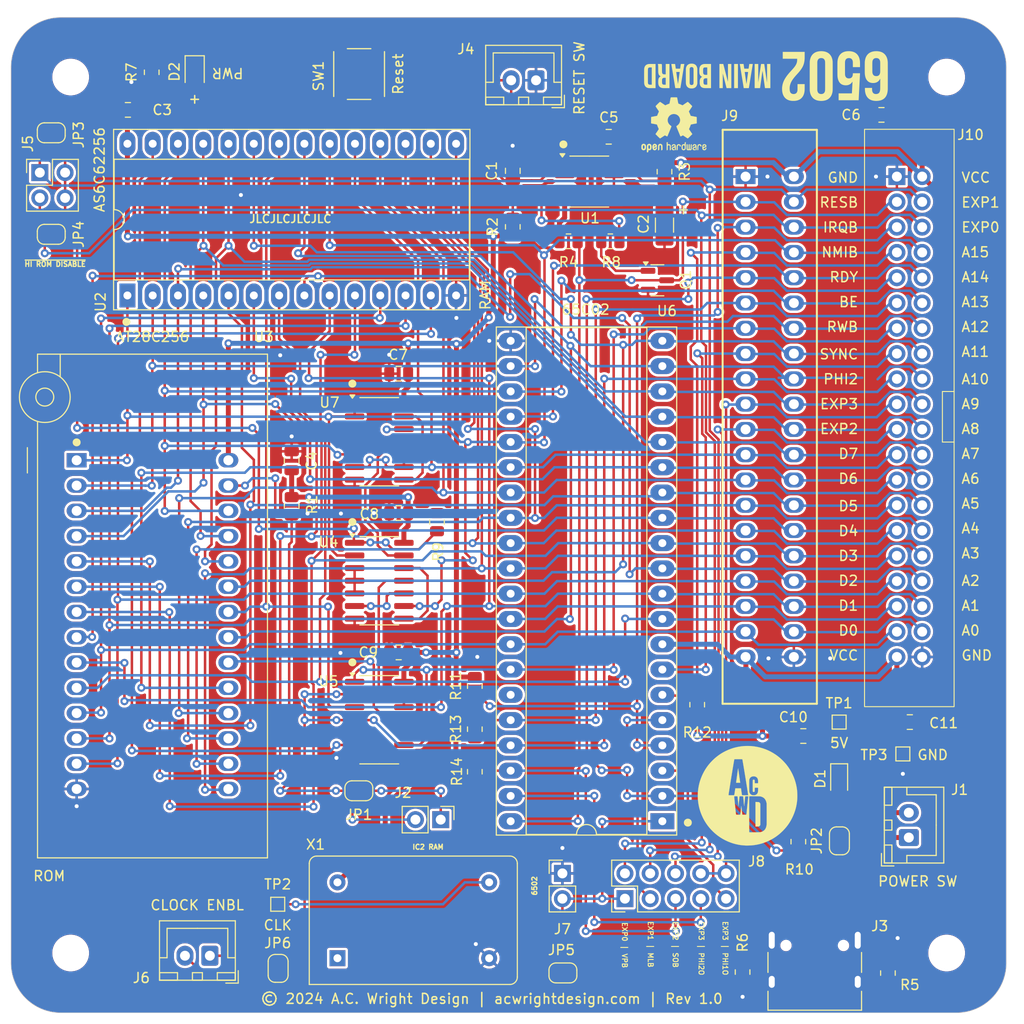
<source format=kicad_pcb>
(kicad_pcb (version 20241229) (generator "pcbnew") (generator_version "9.0")
  (title_block (title "6502 Main Board") (date "2024-06-19") (rev "1.0") (company "A.C. Wright Design"))
  (layers (0 "F.Cu" signal "Top") (2 "B.Cu" signal "Bottom") (13 "F.Paste" user) (15 "B.Paste" user) (5 "F.SilkS" user "F.Silkscreen") (7 "B.SilkS" user "B.Silkscreen") (1 "F.Mask" user) (3 "B.Mask" user) (25 "Edge.Cuts" user))
  (net 0 "")
  (net 1 "GND")
  (net 2 "Net-(D1-A)")
  (net 3 "Net-(D2-K)")
  (net 4 "WB")
  (net 5 "HRDB")
  (net 6 "EXP1")
  (net 7 "EXP0")
  (net 8 "VPB")
  (net 9 "EXP2")
  (net 10 "PHI1O")
  (net 11 "MLB")
  (net 12 "EXP3")
  (net 13 "SOB")
  (net 14 "PHI2O")
  (net 15 "A1")
  (net 16 "D1")
  (net 17 "RDY")
  (net 18 "VCC")
  (net 19 "D2")
  (net 20 "A2")
  (net 21 "IRQB")
  (net 22 "A0")
  (net 23 "A12")
  (net 24 "PHI2")
  (net 25 "A9")
  (net 26 "RESB")
  (net 27 "D6")
  (net 28 "A5")
  (net 29 "A4")
  (net 30 "A15")
  (net 31 "SYNC")
  (net 32 "A10")
  (net 33 "RWB")
  (net 34 "A7")
  (net 35 "D7")
  (net 36 "D3")
  (net 37 "A13")
  (net 38 "D5")
  (net 39 "A6")
  (net 40 "NMIB")
  (net 41 "A11")
  (net 42 "BE")
  (net 43 "D4")
  (net 44 "A14")
  (net 45 "A3")
  (net 46 "D0")
  (net 47 "A8")
  (net 48 "Net-(Q1-B)")
  (net 49 "REB")
  (net 50 "RB")
  (net 52 "Net-(J4-Pin_2)")
  (net 53 "Net-(U1-DIS)")
  (net 54 "Net-(J1-Pin_1)")
  (net 55 "Net-(J2-Pin_2)")
  (net 57 "Net-(J3-CC1)")
  (net 63 "Net-(J3-CC2)")
  (net 64 "Net-(J6-Pin_1)")
  (net 65 "Net-(U1-Q)")
  (net 67 "Net-(U4-Pad10)")
  (net 68 "Net-(U4-Pad13)")
  (net 69 "Net-(U4-Pad12)")
  (net 70 "Net-(U4-Pad11)")
  (net 71 "Net-(U4-Pad3)")
  (net 72 "Net-(U5-Pad5)")
  (net 74 "Net-(U7-Pad3)")
  (net 75 "Net-(U7-Pad13)")
  (net 76 "Net-(U7-Pad10)")
  (footprint "Capacitor_SMD:C_0805_2012Metric" (layer "F.Cu") (at 140.415 65.423 90)
    (property "Reference" "C1")
    (property "Value" "100nF" (hide yes))
  )
  (footprint "Capacitor_SMD:C_0805_2012Metric" (layer "F.Cu") (at 150.05 62 180)
    (property "Reference" "C5")
    (property "Value" "100nF" (hide yes))
  )
  (footprint "Capacitor_SMD:C_0805_2012Metric" (layer "F.Cu") (at 169.6 122.2 180)
    (property "Reference" "C10")
    (property "Value" "100nF" (hide yes))
  )
  (footprint "Capacitor_SMD:C_0805_2012Metric" (layer "F.Cu") (at 177.45 59.8 180)
    (property "Reference" "C6")
    (property "Value" "100nF" (hide yes))
  )
  (footprint "Capacitor_SMD:C_0805_2012Metric" (layer "F.Cu") (at 180.3 120.8 180)
    (property "Reference" "C11")
    (property "Value" "100nF" (hide yes))
  )
  (footprint "LED_SMD:LED_0805_2012Metric" (layer "F.Cu") (at 108.458 55.5475 -90)
    (property "Reference" "D2")
    (property "Value" "LED" (hide yes))
  )
  (footprint "MountingHole:MountingHole_3.2mm_M3" (layer "F.Cu") (at 184 56)
    (property "Reference" "H2" (hide yes))
    (property "Value" "MountingHole" (hide yes))
  )
  (footprint "MountingHole:MountingHole_3.2mm_M3" (layer "F.Cu") (at 96 144)
    (property "Reference" "H4" (hide yes))
    (property "Value" "MountingHole" (hide yes))
  )
  (footprint "Connector_USB:USB_C_Receptacle_HRO_TYPE-C-31-M-12" (layer "F.Cu") (at 170.75 145.845)
    (property "Reference" "J3")
    (property "Value" "USB_C_Receptacle_USB2.0" (hide yes))
  )
  (footprint "Connector_JST:JST_XH_B2B-XH-A_1x02_P2.50mm_Vertical" (layer "F.Cu") (at 180.2 132.4 90)
    (property "Reference" "J1")
    (property "Value" "PWR_SW" (hide yes))
  )
  (footprint "6502 Parts:RHDR40W82P485X254_2X20_5740X93" (layer "F.Cu") (at 163.8 66 -90)
    (property "Reference" "J9")
    (property "Value" "Conn_02x20_Odd_Even" (hide yes))
  )
  (footprint "Jumper:SolderJumper-2_P1.3mm_Open_RoundedPad1.0x1.5mm" (layer "F.Cu") (at 116.84 145.542 -90)
    (property "Reference" "JP6")
    (property "Value" "SolderJumper_2_Open" (hide yes))
  )
  (footprint "Resistor_SMD:R_0805_2012Metric" (layer "F.Cu") (at 178.1 146.0125 90)
    (property "Reference" "R5")
    (property "Value" "5.1k" (hide yes))
  )
  (footprint "Resistor_SMD:R_0805_2012Metric" (layer "F.Cu") (at 104.14 55.5225 90)
    (property "Reference" "R7")
    (property "Value" "330" (hide yes))
  )
  (footprint "Resistor_SMD:R_0805_2012Metric" (layer "F.Cu") (at 140.415 71.0485 -90)
    (property "Reference" "R2")
    (property "Value" "1M" (hide yes))
  )
  (footprint "Resistor_SMD:R_0805_2012Metric" (layer "F.Cu") (at 155.655 65.5075 90)
    (property "Reference" "R3")
    (property "Value" "47k" (hide yes))
  )
  (footprint "Package_SO:SOIC-8_3.9x4.9mm_P1.27mm" (layer "F.Cu") (at 148.1 66.5)
    (property "Reference" "U1")
    (property "Value" "LM555xM" (hide yes))
  )
  (footprint "Jumper:SolderJumper-2_P1.3mm_Open_RoundedPad1.0x1.5mm" (layer "F.Cu") (at 173.228 132.73 90)
    (property "Reference" "JP2")
    (property "Value" "SolderJumper_2_Open" (hide yes))
  )
  (footprint "MountingHole:MountingHole_3.2mm_M3" (layer "F.Cu") (at 96 56)
    (property "Reference" "H1" (hide yes))
    (property "Value" "MountingHole" (hide yes))
  )
  (footprint "MountingHole:MountingHole_3.2mm_M3" (layer "F.Cu") (at 184 144)
    (property "Reference" "H3" (hide yes))
    (property "Value" "MountingHole" (hide yes))
  )
  (footprint "Connector_JST:JST_XH_B2B-XH-A_1x02_P2.50mm_Vertical" (layer "F.Cu") (at 142.75 56.325 180)
    (property "Reference" "J4")
    (property "Value" "RESET_SW" (hide yes))
  )
  (footprint "Resistor_SMD:R_0805_2012Metric" (layer "F.Cu") (at 163.5 145.9125 90)
    (property "Reference" "R6")
    (property "Value" "5.1k" (hide yes))
  )
  (footprint "Resistor_SMD:R_0805_2012Metric" (layer "F.Cu") (at 146.0125 72.5 180)
    (property "Reference" "R4")
    (property "Value" "1k" (hide yes))
  )
  (footprint "Symbol:OSHW-Logo2_7.3x6mm_SilkScreen" (layer "F.Cu") (at 156.6 60.8)
    (property "Reference" "REF**" (hide yes))
    (property "Value" "OSHW-Logo2_7.3x6mm_SilkScreen" (hide yes))
  )
  (footprint "Connector_JST:JST_XH_B2B-XH-A_1x02_P2.50mm_Vertical" (layer "F.Cu") (at 109.982 144.272 180)
    (property "Reference" "J6")
    (property "Value" "CLOCK_ENBL_SW" (hide yes))
  )
  (footprint "6502 Parts:6502 Bus Connector" (layer "F.Cu") (at 179 66)
    (property "Reference" "J10")
    (property "Value" "Conn_02x20_Odd_Even" (hide yes))
  )
  (footprint "6502 Parts:SW_TS-1187A-B-A-B" (layer "F.Cu") (at 124.975 55.7 90)
    (property "Reference" "SW1")
    (property "Value" "Reset" (hide yes))
  )
  (footprint "Capacitor_SMD:C_1206_3216Metric" (layer "F.Cu") (at 155.655 70.879 -90)
    (property "Reference" "C2")
    (property "Value" "10uF" (hide yes))
  )
  (footprint "TestPoint:TestPoint_Pad_1.0x1.0mm" (layer "F.Cu") (at 116.8 139.1)
    (property "Reference" "TP2")
    (property "Value" "CLK")
  )
  (footprint "Connector_PinHeader_2.54mm:PinHeader_1x02_P2.54mm_Vertical" (layer "F.Cu") (at 145.4 136)
    (property "Reference" "J7")
    (property "Value" "Conn_01x02" (hide yes))
  )
  (footprint "Package_TO_SOT_SMD:SOT-23" (layer "F.Cu") (at 154.9375 76.415)
    (property "Reference" "Q1")
    (property "Value" "Q_NPN_BEC" (hide yes))
  )
  (footprint "TestPoint:TestPoint_Pad_1.0x1.0mm" (layer "F.Cu") (at 179.6 124)
    (property "Reference" "TP3")
    (property "Value" "GND")
  )
  (footprint "Package_SO:SOIC-14_3.9x8.7mm_P1.27mm" (layer "F.Cu") (at 127 106.6)
    (property "Reference" "U4")
    (property "Value" "74HC00" (hide yes))
  )
  (footprint "Package_SO:SOIC-14_3.9x8.7mm_P1.27mm" (layer "F.Cu") (at 127 92.635)
    (property "Reference" "U7")
    (property "Value" "74HC00" (hide yes))
  )
  (footprint "Jumper:SolderJumper-2_P1.3mm_Open_RoundedPad1.0x1.5mm" (layer "F.Cu") (at 94.05 71.8)
    (property "Reference" "JP4")
    (property "Value" "SolderJumper_2_Open" (hide yes))
  )
  (footprint "6502 Logos:6502 Main Board Logo 5mm" (layer "F.Cu") (at 160.6 55.9 180)
    (property "Reference" "G***" (hide yes))
    (property "Value" "LOGO" (hide yes))
  )
  (footprint "Resistor_SMD:R_0805_2012Metric" (layer "F.Cu") (at 136.6 125.7875 90)
    (property "Reference" "R14")
    (property "Value" "1k" (hide yes))
  )
  (footprint "Resistor_SMD:R_0805_2012Metric" (layer "F.Cu") (at 158.94 119.0525 -90)
    (property "Reference" "R12")
    (property "Value" "1k" (hide yes))
  )
  (footprint "Capacitor_SMD:C_0805_2012Metric" (layer "F.Cu") (at 118.2 94.55 90)
    (property "Reference" "C4")
    (property "Value" "100nF" (hide yes))
  )
  (footprint "Capacitor_SMD:C_0805_2012Metric" (layer "F.Cu") (at 128.95 85.8 180)
    (property "Reference" "C7")
    (property "Value" "100nF" (hide yes))
  )
  (footprint "Capacitor_SMD:C_0805_2012Metric" (layer "F.Cu") (at 101.75 59.3)
    (property "Reference" "C3")
    (property "Value" "100nF" (hide yes))
  )
  (footprint "Package_SO:SOIC-14_3.9x8.7mm_P1.27mm" (layer "F.Cu") (at 127 120.565)
    (property "Reference" "U5")
    (property "Value" "74HC00" (hide yes))
  )
  (footprint "Diode_SMD:D_SOD-323F" (layer "F.Cu") (at 173.2 126.6 -90)
    (property "Reference" "D1")
    (property "Value" "1N5819" (hide yes))
  )
  (footprint "Resistor_SMD:R_0805_2012Metric" (layer "F.Cu") (at 132.8 100.7125 -90)
    (property "Reference" "R9")
    (property "Value" "1k" (hide yes))
  )
  (footprint "Connector_PinHeader_2.54mm:PinHeader_2x05_P2.54mm_Vertical" (layer "F.Cu") (at 151.68 138.54 90)
    (property "Reference" "J8")
    (property "Value" "Conn_02x05_Odd_Even" (hide yes))
  )
  (footprint "Capacitor_SMD:C_0805_2012Metric" (layer "F.Cu") (at 128.95 99.8 180)
    (property "Reference" "C8")
    (property "Value" "100nF" (hide yes))
  )
  (footprint "Connector_PinHeader_2.54mm:PinHeader_1x02_P2.54mm_Vertical" (layer "F.Cu") (at 133.175 130.6 -90)
    (property "Reference" "J2")
    (property "Value" "Conn_02x01" (hide yes))
  )
  (footprint "Jumper:SolderJumper-2_P1.3mm_Open_RoundedPad1.0x1.5mm" (layer "F.Cu") (at 94.05 61.6)
    (property "Reference" "JP3")
    (property "Value" "SolderJumper_2_Open" (hide yes))
  )
  (footprint "A.C. Wright Logo:A.C. Wright Logo 10mm" (layer "F.Cu") (at 164 128.2)
    (property "Reference" "G***" (hide yes))
    (property "Value" "LOGO" (hide yes))
  )
  (footprint "Resistor_SMD:R_0805_2012Metric" (layer "F.Cu") (at 136.6 117.1875 90)
    (property "Reference" "R11")
    (property "Value" "1k" (hide yes))
  )
  (footprint "Resistor_SMD:R_0805_2012Metric" (layer "F.Cu") (at 150.2125 72.5)
    (property "Reference" "R8")
    (property "Value" "10k" (hide yes))
  )
  (footprint "Capacitor_SMD:C_0805_2012Metric" (layer "F.Cu") (at 128.95 113.8 180)
    (property "Reference" "C9")
    (property "Value" "100nF" (hide yes))
  )
  (footprint "TestPoint:TestPoint_Pad_1.0x1.0mm" (layer "F.Cu") (at 173.2 120.8)
    (property "Reference" "TP1")
    (property "Value" "5V")
  )
  (footprint "Resistor_SMD:R_0805_2012Metric" (layer "F.Cu") (at 118.2 99.1125 -90)
    (property "Reference" "R1")
    (property "Value" "1k" (hide yes))
  )
  (footprint "Resistor_SMD:R_0805_2012Metric" (layer "F.Cu") (at 136.6 121.5125 -90)
    (property "Reference" "R13")
    (property "Value" "1k" (hide yes))
  )
  (footprint "Jumper:SolderJumper-2_P1.3mm_Open_RoundedPad1.0x1.5mm" (layer "F.Cu") (at 145.45 146)
    (property "Reference" "JP5")
    (property "Value" "SolderJumper_2_Open" (hide yes))
  )
  (footprint "Jumper:SolderJumper-2_P1.3mm_Open_RoundedPad1.0x1.5mm" (layer "F.Cu") (at 124.95 127.7 180)
    (property "Reference" "JP1")
    (property "Value" "SolderJumper_2_Open" (hide yes))
  )
  (footprint "Socket:DIP_Socket-28_W11.9_W12.7_W15.24_W17.78_W18.5_3M_228-1277-00-0602J" (layer "F.Cu") (at 96.6 94.5)
    (property "Reference" "U3")
    (property "Value" "AT28C256")
  )
  (footprint "Resistor_SMD:R_0805_2012Metric" (layer "F.Cu") (at 169.1 132.8125 90)
    (property "Reference" "R10")
    (property "Value" "1k" (hide yes))
  )
  (footprint "Package_DIP:DIP-28_W15.24mm_Socket_LongPads" (layer "F.Cu") (at 101.7 77.94 90)
    (property "Reference" "U2")
    (property "Value" "AS6C62256")
  )
  (footprint "Connector_PinHeader_2.54mm:PinHeader_2x02_P2.54mm_Vertical" (layer "F.Cu") (at 92.9 65.6)
    (property "Reference" "J5")
    (property "Value" "Conn_02x02_Odd_Even" (hide yes))
  )
  (footprint "Package_DIP:DIP-40_W15.24mm_Socket_LongPads" (layer "F.Cu") (at 155.44 130.76 180)
    (property "Reference" "U6")
    (property "Value" "65C02")
  )
  (footprint "Oscillator:Oscillator_DIP-14" (layer "F.Cu") (at 122.8 144.52)
    (property "Reference" "X1")
    (property "Value" "OCXO-14" (hide yes))
  )
  (gr_circle (center 145.5 62.765) (end 145.7 62.765) (stroke (width 0.4)) (fill no) (layer "F.SilkS"))
  (gr_circle (center 124.3 86.8) (end 124.5 86.8) (stroke (width 0.4)) (fill no) (layer "F.SilkS"))
  (gr_circle (center 158 130.9) (end 158.2 130.9) (stroke (width 0.4)) (fill no) (layer "F.SilkS"))
  (gr_circle (center 124.3 114.8) (end 124.5 114.8) (stroke (width 0.4)) (fill no) (layer "F.SilkS"))
  (gr_circle (center 124.3 100.7) (end 124.5 100.7) (stroke (width 0.4)) (fill no) (layer "F.SilkS"))
  (gr_circle (center 101.6 80.6) (end 101.8 80.6) (stroke (width 0.4)) (fill no) (layer "F.SilkS"))
  (gr_circle (center 96.6 92.7) (end 96.8 92.7) (stroke (width 0.4)) (fill no) (layer "F.SilkS"))
  (gr_line (start 90.0011 145.0036) (end 90.0011 55.0036) (stroke (width 0.05)) (layer "Edge.Cuts"))
  (gr_arc (start 95.0011 150.0036) (mid 91.465566 148.539134) (end 90.0011 145.0036) (stroke (width 0.05)) (layer "Edge.Cuts"))
  (gr_line (start 190.0011 55.0036) (end 190.0011 145.0036) (stroke (width 0.05)) (layer "Edge.Cuts"))
  (gr_arc (start 190.0011 145.0036) (mid 188.536634 148.539134) (end 185.0011 150.0036) (stroke (width 0.05)) (layer "Edge.Cuts"))
  (gr_arc (start 185.0011 50.0036) (mid 188.536634 51.468066) (end 190.0011 55.0036) (stroke (width 0.05)) (layer "Edge.Cuts"))
  (gr_line (start 95.0011 50.0036) (end 185.0011 50.0036) (stroke (width 0.05)) (layer "Edge.Cuts"))
  (gr_line (start 185.0011 150.0036) (end 95.0011 150.0036) (stroke (width 0.05)) (layer "Edge.Cuts"))
  (gr_arc (start 90.0011 55.0036) (mid 91.465566 51.468066) (end 95.0011 50.0036) (stroke (width 0.05)) (layer "Edge.Cuts"))
  (gr_text "VCC" (at 175.2 114.1 0) (layer "F.SilkS") (effects (font (size 1 1)) (justify right)))
  (gr_text "A10" (at 185.4 86.35 0) (layer "F.SilkS") (effects (font (size 1 1)) (justify left)))
  (gr_text "A2" (at 185.4 106.6 0) (layer "F.SilkS") (effects (font (size 1 1)) (justify left)))
  (gr_text "GND\n" (at 175.2 66.1 0) (layer "F.SilkS") (effects (font (size 1 1)) (justify right)))
  (gr_text "D0" (at 175.2 111.6 0) (layer "F.SilkS") (effects (font (size 1 1)) (justify right)))
  (gr_text "RWB" (at 175.2 81.1 0) (layer "F.SilkS") (effects (font (size 1 1)) (justify right)))
  (gr_text "BE" (at 175.2 78.6 0) (layer "F.SilkS") (effects (font (size 1 1)) (justify right)))
  (gr_text "RESB" (at 175.2 68.6 0) (layer "F.SilkS") (effects (font (size 1 1)) (justify right)))
  (gr_text "EXP2 | SOB" (at 156.75 140.75 -90) (layer "F.SilkS") (effects (font (size 0.5 0.5) (thickness 0.1)) (justify left)))
  (gr_text "A3" (at 185.4 103.85 0) (layer "F.SilkS") (effects (font (size 1 1)) (justify left)))
  (gr_text "EXP2" (at 175.2 91.35 0) (layer "F.SilkS") (effects (font (size 1 1)) (justify right)))
  (gr_text "D5" (at 175.2 99.1 0) (layer "F.SilkS") (effects (font (size 1 1)) (justify right)))
  (gr_text "A13" (at 185.4 78.6 0) (layer "F.SilkS") (effects (font (size 1 1)) (justify left)))
  (gr_text "6502" (at 142.6 137.25 90) (layer "F.SilkS") (effects (font (size 0.5 0.5) (thickness 0.125))))
  (gr_text "D2" (at 175.2 106.6 0) (layer "F.SilkS") (effects (font (size 1 1)) (justify right)))
  (gr_text "D3" (at 175.2 104.1 0) (layer "F.SilkS") (effects (font (size 1 1)) (justify right)))
  (gr_text "~{HI ROM DISABLE}" (at 91.3 74.8 0) (layer "F.SilkS") (effects (font (size 0.5 0.5) (thickness 0.125)) (justify left)))
  (gr_text "EXP0" (at 185.4 71.1 0) (layer "F.SilkS") (effects (font (size 1 1)) (justify left)))
  (gr_text "A6" (at 185.4 96.35 0) (layer "F.SilkS") (effects (font (size 1 1)) (justify left)))
  (gr_text "RESET SW" (at 147.1 56.1 90) (layer "F.SilkS") (effects (font (size 1 1))))
  (gr_text "A7" (at 185.4 93.85 0) (layer "F.SilkS") (effects (font (size 1 1)) (justify left)))
  (gr_text "EXP3 | PHI1O" (at 161.75 140.75 -90) (layer "F.SilkS") (effects (font (size 0.5 0.5) (thickness 0.1)) (justify left)))
  (gr_text "A0" (at 185.4 111.6 0) (layer "F.SilkS") (effects (font (size 1 1)) (justify left)))
  (gr_text "D7" (at 175.2 93.85 0) (layer "F.SilkS") (effects (font (size 1 1)) (justify right)))
  (gr_text "RAM" (at 138.25 79.5 90) (layer "F.SilkS") (effects (font (size 1 1)) (justify left bottom)))
  (gr_text "+" (at 157.553 69.277 0) (layer "F.SilkS") (effects (font (size 1 1))))
  (gr_text "D6" (at 175.2 96.35 0) (layer "F.SilkS") (effects (font (size 1 1)) (justify right)))
  (gr_text "IC2 RAM" (at 131.9 133.35 0) (layer "F.SilkS") (effects (font (size 0.5 0.5) (thickness 0.125))))
  (gr_text "ROM" (at 92.15 136.85 0) (layer "F.SilkS") (effects (font (size 1 1)) (justify left bottom)))
  (gr_text "A11" (at 185.4 83.6 0) (layer "F.SilkS") (effects (font (size 1 1)) (justify left)))
  (gr_text "A12" (at 185.4 81.1 0) (layer "F.SilkS") (effects (font (size 1 1)) (justify left)))
  (gr_text "POWER SW" (at 181.1 136.8 0) (layer "F.SilkS") (effects (font (size 1 1))))
  (gr_text "SYNC" (at 175.2 83.85 0) (layer "F.SilkS") (effects (font (size 1 1)) (justify right)))
  (gr_text "EXP0 | VPB" (at 151.65 140.85 -90) (layer "F.SilkS") (effects (font (size 0.5 0.5) (thickness 0.1)) (justify left)))
  (gr_text "D4" (at 175.2 101.6 0) (layer "F.SilkS") (effects (font (size 1 1)) (justify right)))
  (gr_text "Reset" (at 128.9 55.7 90) (layer "F.SilkS") (effects (font (size 1 1))))
  (gr_text "IRQB" (at 175.2 71.1 0) (layer "F.SilkS") (effects (font (size 1 1)) (justify right)))
  (gr_text "JLCJLCJLCJLC" (at 118.075 70.25 0) (layer "F.SilkS") (effects (font (size 0.8 0.8))))
  (gr_text "A9" (at 185.4 88.85 0) (layer "F.SilkS") (effects (font (size 1 1)) (justify left)))
  (gr_text "CLOCK ENBL" (at 108.712 139.192 0) (layer "F.SilkS") (effects (font (size 1 1))))
  (gr_text "A14" (at 185.4 76.1 0) (layer "F.SilkS") (effects (font (size 1 1)) (justify left)))
  (gr_text "EXP1" (at 185.4 68.6 0) (layer "F.SilkS") (effects (font (size 1 1)) (justify left)))
  (gr_text "GND\n" (at 185.4 114.1 0) (layer "F.SilkS") (effects (font (size 1 1)) (justify left)))
  (gr_text "+" (at 108.458 58.166 0) (layer "F.SilkS") (effects (font (size 1 1))))
  (gr_text "A1" (at 185.4 109.1 0) (layer "F.SilkS") (effects (font (size 1 1)) (justify left)))
  (gr_text "RDY" (at 175.2 76.1 0) (layer "F.SilkS") (effects (font (size 1 1)) (justify right)))
  (gr_text "EXP1 | MLB" (at 154.25 140.75 -90) (layer "F.SilkS") (effects (font (size 0.5 0.5) (thickness 0.1)) (justify left)))
  (gr_text "A8" (at 185.4 91.35 0) (layer "F.SilkS") (effects (font (size 1 1)) (justify left)))
  (gr_text "NMIB" (at 175.2 73.6 0) (layer "F.SilkS") (effects (font (size 1 1)) (justify right)))
  (gr_text "D1" (at 175.2 109.1 0) (layer "F.SilkS") (effects (font (size 1 1)) (justify right)))
  (gr_text "EXP3" (at 175.2 88.85 0) (layer "F.SilkS") (effects (font (size 1 1)) (justify right)))
  (gr_text "VCC" (at 185.4 66.1 0) (layer "F.SilkS") (effects (font (size 1 1)) (justify left)))
  (gr_text "PWR" (at 110.1 55.6 180) (layer "F.SilkS") (effects (font (size 1 1)) (justify right)))
  (gr_text "A15" (at 185.4 73.6 0) (layer "F.SilkS") (effects (font (size 1 1)) (justify left)))
  (gr_text "PHI2" (at 175.2 86.35 0) (layer "F.SilkS") (effects (font (size 1 1)) (justify right)))
  (gr_text "© 2024 A.C. Wright Design | acwrightdesign.com | Rev 1.0" (at 138.3 148.6 0) (layer "F.SilkS") (effects (font (size 1 1))))
  (gr_text "A5" (at 185.4 98.85 0) (layer "F.SilkS") (effects (font (size 1 1)) (justify left)))
  (gr_text "EXP3 | PHI2O" (at 159.35 140.75 -90) (layer "F.SilkS") (effects (font (size 0.5 0.5) (thickness 0.1)) (justify left)))
  (gr_text "A4" (at 185.4 101.35 0) (layer "F.SilkS") (effects (font (size 1 1)) (justify left)))
  (segment (start 174 141.8) (end 174.155 141.8) (width 0.25) (layer "F.Cu") (net 1))
  (via (at 172.3 114.4) (size 0.8) (drill 0.4) (layers "F.Cu" "B.Cu") (net 1))
  (via (at 96.6 129.25) (size 0.8) (drill 0.4) (layers "F.Cu" "B.Cu") (net 1))
  (via (at 122.7 124.4) (size 0.8) (drill 0.4) (layers "F.Cu" "B.Cu") (net 1))
  (via (at 179.074 142.5) (size 0.8) (drill 0.4) (layers "F.Cu" "B.Cu") (net 1))
  (via (at 126.45 99.8) (size 0.8) (drill 0.4) (layers "F.Cu" "B.Cu") (net 1))
  (via (at 136.7 143.1) (size 0.8) (drill 0.4) (layers "F.Cu" "B.Cu") (net 1))
  (via (at 166 66) (size 0.8) (drill 0.4) (layers "F.Cu" "B.Cu") (net 1))
  (via (at 166.1 114.4) (size 0.8) (drill 0.4) (layers "F.Cu" "B.Cu") (net 1))
  (via (at 102.1 56.5) (size 0.8) (drill 0.4) (layers "F.Cu" "B.Cu") (net 1))
  (via (at 119.8 99.85) (size 0.8) (drill 0.4) (layers "F.Cu" "B.Cu") (net 1))
  (via (at 134.75 80.2) (size 0.8) (drill 0.4) (layers "F.Cu" "B.Cu") (net 1))
  (via (at 118.2 92.1) (size 0.8) (drill 0.4) (layers "F.Cu" "B.Cu") (net 1))
  (via (at 140.4 62.9) (size 0.8) (drill 0.4) (layers "F.Cu" "B.Cu") (net 1))
  (via (at 123.15 99.85) (size 0.8) (drill 0.4) (layers "F.Cu" "B.Cu") (net 1))
  (via (at 136.85 114.25) (size 0.8) (drill 0.4) (layers "F.Cu" "B.Cu") (net 1))
  (via (at 179.6 126) (size 0.8) (drill 0.4) (layers "F.Cu" "B.Cu") (net 1))
  (via (at 113.1 67.85) (size 0.8) (drill 0.4) (layers "F.Cu" "B.Cu") (net 1))
  (via (at 128 83.9) (size 0.8) (drill 0.4) (layers "F.Cu" "B.Cu") (net 1))
  (via (at 117.05 83.95) (size 0.8) (drill 0.4) (layers "F.Cu" "B.Cu") (net 1))
  (via (at 138.05 82.5) (size 0.8) (drill 0.4) (layers "F.Cu" "B.Cu") (net 1))
  (via (at 163.5 148.4) (size 0.8) (drill 0.4) (layers "F.Cu" "B.Cu") (net 1))
  (via (at 176.9 66) (size 0.8) (drill 0.4) (layers "F.Cu" "B.Cu") (net 1))
  (via (at 145.4 133.45) (size 0.8) (drill 0.4) (layers "F.Cu" "B.Cu") (net 1))
  (via (at 123.1 113.85) (size 0.8) (drill 0.4) (layers "F.Cu" "B.Cu") (net 1))
  (segment (start 176.8 129.9) (end 180.2 129.9) (width 0.5) (layer "F.Cu") (net 2))
  (segment (start 173.25 132.058) (end 173.228 132.08) (width 0.25) (layer "F.Cu") (net 2))
  (segment (start 174.62 132.08) (end 176.8 129.9) (width 0.5) (layer "F.Cu") (net 2))
  (segment (start 173.2 127.7) (end 173.25 127.75) (width 0.5) (layer "F.Cu") (net 2))
  (segment (start 173.228 132.08) (end 174.62 132.08) (width 0.5) (layer "F.Cu") (net 2))
  (segment (start 173.25 127.75) (end 173.25 132.058) (width 0.5) (layer "F.Cu") (net 2))
  (segment (start 108.458 54.61) (end 104.14 54.61) (width 0.25) (layer "F.Cu") (net 3))
  (segment (start 125.6 127.7) (end 127.2 127.7) (width 0.25) (layer "F.Cu") (net 4))
  (segment (start 102.95 94.5) (end 102.15 95.3) (width 0.25) (layer "F.Cu") (net 4))
  (segment (start 125.755 123.105) (end 126.4 123.75) (width 0.25) (layer "F.Cu") (net 4))
  (segment (start 126.4 123.75) (end 126.4 125.4) (width 0.25) (layer "F.Cu") (net 4))
  (segment (start 102.95 66.35) (end 102.95 72.15) (width 0.25) (layer "F.Cu") (net 4))
  (segment (start 122.7 123.1) (end 124.52 123.1) (width 0.25) (layer "F.Cu") (net 4))
  (segment (start 133.175 127.725) (end 133.175 130.6) (width 0.25) (layer "F.Cu") (net 4))
  (segment (start 133.2 127.7) (end 133.175 127.725) (width 0.25) (layer "F.Cu") (net 4))
  (segment (start 102.15 95.3) (end 102.15 123.65) (width 0.25) (layer "F.Cu") (net 4))
  (segment (start 104.24 62.7) (end 104.24 65.06) (width 0.25) (layer "F.Cu") (net 4))
  (segment (start 124.52 123.1) (end 124.525 123.105) (width 0.25) (layer "F.Cu") (net 4))
  (segment (start 104.24 65.06) (end 104.2 65.1) (width 0.25) (layer "F.Cu") (net 4))
  (segment (start 126.4 125.4) (end 125.6 126.2) (width 0.25) (layer "F.Cu") (net 4))
  (segment (start 104.2 65.1) (end 102.95 66.35) (width 0.25) (layer "F.Cu") (net 4))
  (segment (start 102.95 72.15) (end 102.95 94.5) (width 0.25) (layer "F.Cu") (net 4))
  (segment (start 125.6 126.2) (end 125.6 127.7) (width 0.25) (layer "F.Cu") (net 4))
  (segment (start 124.525 123.105) (end 125.755 123.105) (width 0.25) (layer "F.Cu") (net 4))
  (via (at 133.2 127.7) (size 0.8) (drill 0.4) (layers "F.Cu" "B.Cu") (net 4))
  (via (at 122.7 123.1) (size 0.8) (drill 0.4) (layers "F.Cu" "B.Cu") (net 4))
  (via (at 102.15 123.65) (size 0.8) (drill 0.4) (layers "F.Cu" "B.Cu") (net 4))
  (via (at 127.2 127.7) (size 0.8) (drill 0.4) (layers "F.Cu" "B.Cu") (net 4))
  (segment (start 127.2 127.7) (end 133.2 127.7) (width 0.25) (layer "B.Cu") (net 4))
  (segment (start 102.2 123.7) (end 122.1 123.7) (width 0.25) (layer "B.Cu") (net 4))
  (segment (start 122.1 123.7) (end 122.7 123.1) (width 0.25) (layer "B.Cu") (net 4))
  (segment (start 102.15 123.65) (end 102.2 123.7) (width 0.25) (layer "B.Cu") (net 4))
  (segment (start 96.65 72.75) (end 96.65 91.25) (width 0.25) (layer "F.Cu") (net 5))
  (segment (start 95.44 68.14) (end 95.44 69.36) (width 0.25) (layer "F.Cu") (net 5))
  (segment (start 126.1 102.75) (end 124.565 102.75) (width 0.25) (layer "F.Cu") (net 5))
  (segment (start 94.7 63) (end 95.44 63.74) (width 0.25) (layer "F.Cu") (net 5))
  (segment (start 94.7 61.6) (end 94.7 63) (width 0.25) (layer "F.Cu") (net 5))
  (segment (start 130.99 103.435) (end 128.335 103.435) (width 0.25) (layer "F.Cu") (net 5))
  (segment (start 114.25 91.25) (end 114.905 91.905) (width 0.25) (layer "F.Cu") (net 5))
  (segment (start 114.905 91.905) (end 114.905 101.395) (width 0.25) (layer "F.Cu") (net 5))
  (segment (start 94.7 71.8) (end 95.7 71.8) (width 0.25) (layer "F.Cu") (net 5))
  (segment (start 128.335 103.435) (end 127.65 102.75) (width 0.25) (layer "F.Cu") (net 5))
  (segment (start 95.44 63.74) (end 95.44 65.6) (width 0.25) (layer "F.Cu") (net 5))
  (segment (start 94.7 70.1) (end 94.7 71.8) (width 0.25) (layer "F.Cu") (net 5))
  (segment (start 124.45 102.715) (end 124.525 102.79) (width 0.25) (layer "F.Cu") (net 5))
  (segment (start 132.8 101.625) (end 130.99 103.435) (width 0.25) (layer "F.Cu") (net 5))
  (segment (start 124.45 101.35) (end 124.45 102.715) (width 0.25) (layer "F.Cu") (net 5))
  (segment (start 95.44 65.6) (end 95.44 68.14) (width 0.25) (layer "F.Cu") (net 5))
  (segment (start 95.44 69.36) (end 94.7 70.1) (width 0.25) (layer "F.Cu") (net 5))
  (segment (start 95.7 71.8) (end 96.65 72.75) (width 0.25) (layer "F.Cu") (net 5))
  (segment (start 124.565 102.75) (end 124.525 102.79) (width 0.25) (layer "F.Cu") (net 5))
  (segment (start 114.905 101.395) (end 114.9 101.4) (width 0.25) (layer "F.Cu") (net 5))
  (via (at 96.65 91.25) (size 0.8) (drill 0.4) (layers "F.Cu" "B.Cu") (net 5))
  (via (at 126.1 102.75) (size 0.8) (drill 0.4) (layers "F.Cu" "B.Cu") (net 5))
  (via (at 127.65 102.75) (size 0.8) (drill 0.4) (layers "F.Cu" "B.Cu") (net 5))
  (via (at 114.9 101.4) (size 0.8) (drill 0.4) (layers "F.Cu" "B.Cu") (net 5))
  (via (at 124.45 101.35) (size 0.8) (drill 0.4) (layers "F.Cu" "B.Cu") (net 5))
  (via (at 114.25 91.25) (size 0.8) (drill 0.4) (layers "F.Cu" "B.Cu") (net 5))
  (segment (start 96.65 91.25) (end 114.25 91.25) (width 0.25) (layer "B.Cu") (net 5))
  (segment (start 124.4 101.4) (end 124.45 101.35) (width 0.25) (layer "B.Cu") (net 5))
  (segment (start 127.65 102.75) (end 126.1 102.75) (width 0.25) (layer "B.Cu") (net 5))
  (segment (start 114.9 101.4) (end 124.4 101.4) (width 0.25) (layer "B.Cu") (net 5))
  (segment (start 161.086 131.080841) (end 161.086 92.41231) (width 0.25) (layer "F.Cu") (net 6))
  (segment (start 160.2 131.966841) (end 161.086 131.080841) (width 0.25) (layer "F.Cu") (net 6))
  (segment (start 93.4 61.6) (end 93.4 63.1) (width 0.25) (layer "F.Cu") (net 6))
  (segment (start 93.4 63.1) (end 92.9 63.6) (width 0.25) (layer "F.Cu") (net 6))
  (segment (start 160.2 91.52631) (end 160.2 67.3) (width 0.25) (layer "F.Cu") (net 6))
  (segment (start 161.086 92.41231) (end 160.2 91.52631) (width 0.25) (layer "F.Cu") (net 6))
  (segment (start 154.22 133.72) (end 154.2 133.7) (width 0.25) (layer "F.Cu") (net 6))
  (segment (start 160.2 133.6) (end 160.2 131.966841) (width 0.25) (layer "F.Cu") (net 6))
  (segment (start 154.22 136) (end 154.22 133.72) (width 0.25) (layer "F.Cu") (net 6))
  (segment (start 92.9 63.6) (end 92.9 65.6) (width 0.25) (layer "F.Cu") (net 6))
  (via (at 160.2 133.6) (size 0.8) (drill 0.4) (layers "F.Cu" "B.Cu") (net 6))
  (via (at 160.2 67.3) (size 0.8) (drill 0.4) (layers "F.Cu" "B.Cu") (net 6))
  (via (at 154.2 133.7) (size 0.8) (drill 0.4) (layers "F.Cu" "B.Cu") (net 6))
  (segment (start 163.2 67.31) (end 163.01 67.31) (width 0.25) (layer "B.Cu") (net 6))
  (segment (start 94.2 66.9) (end 92.9 65.6) (width 0.25) (layer "B.Cu") (net 6))
  (segment (start 154.2 133.7) (end 154.255 133.645) (width 0.25) (layer "B.Cu") (net 6))
  (segment (start 167.411 67.31) (end 160.21 67.31) (width 0.25) (layer "B.Cu") (net 6))
  (segment (start 180.34 67.31) (end 169.926 67.31) (width 0.25) (layer "B.Cu") (net 6))
  (segment (start 160.21 67.31) (end 160.2 67.3) (width 0.25) (layer "B.Cu") (net 6))
  (segment (start 98.9 66.45) (end 98.45 66.9) (width 0.25) (layer "B.Cu") (net 6))
  (segment (start 160.2 67.3) (end 163.19 67.3) (width 0.25) (layer "B.Cu") (net 6))
  (segment (start 160.2 67.3) (end 159.35 66.45) (width 0.25) (layer "B.Cu") (net 6))
  (segment (start 154.255 133.645) (end 160.155 133.645) (width 0.25) (layer "B.Cu") (net 6))
  (segment (start 163.01 67.31) (end 163 67.3) (width 0.25) (layer "B.Cu") (net 6))
  (segment (start 168.681 68.555) (end 168.681 68.58) (width 0.25) (layer "B.Cu") (net 6))
  (segment (start 159.35 66.45) (end 98.9 66.45) (width 0.25) (layer "B.Cu") (net 6))
  (segment (start 169.926 67.31) (end 168.681 68.555) (width 0.25) (layer "B.Cu") (net 6))
  (segment (start 98.45 66.9) (end 94.2 66.9) (width 0.25) (layer "B.Cu") (net 6))
  (segment (start 163.19 67.3) (end 163.2 67.31) (width 0.25) (layer "B.Cu") (net 6))
  (segment (start 168.681 68.58) (end 167.411 67.31) (width 0.25) (layer "B.Cu") (net 6))
  (segment (start 160.155 133.645) (end 160.2 133.6) (width 0.25) (layer "B.Cu") (net 6))
  (segment (start 181.61 68.58) (end 180.34 67.31) (width 0.25) (layer "B.Cu") (net 6))
  (segment (start 151.68 133.02) (end 151.7 133) (width 0.25) (layer "F.Cu") (net 7))
  (segment (start 159.35 69.95) (end 159.4 69.9) (width 0.25) (layer "F.Cu") (net 7))
  (segment (start 160.709 92.568468) (end 159.823 91.682468) (width 0.25) (layer "F.Cu") (net 7))
  (segment (start 92.9 69.6) (end 92.9 68.14) (width 0.25) (layer "F.Cu") (net 7))
  (segment (start 159.4 132) (end 160.709 130.691) (width 0.25) (layer "F.Cu") (net 7))
  (segment (start 160.709 130.691) (end 160.709 92.568468) (width 0.25) (layer "F.Cu") (net 7))
  (segment (start 151.68 136) (end 151.68 133.02) (width 0.25) (layer "F.Cu") (net 7))
  (segment (start 93.4 70.1) (end 92.9 69.6) (width 0.25) (layer "F.Cu") (net 7))
  (segment (start 93.4 73.7) (end 93.4 70.1) (width 0.25) (layer "F.Cu") (net 7))
  (segment (start 159.4 132.9) (end 159.4 132) (width 0.25) (layer "F.Cu") (net 7))
  (segment (start 159.823 83.023) (end 159.35 82.55) (width 0.25) (layer "F.Cu") (net 7))
  (segment (start 159.823 91.682468) (end 159.823 83.023) (width 0.25) (layer "F.Cu") (net 7))
  (segment (start 159.35 82.55) (end 159.35 69.95) (width 0.25) (layer "F.Cu") (net 7))
  (via (at 159.4 132.9) (size 0.8) (drill 0.4) (layers "F.Cu" "B.Cu") (net 7))
  (via (at 93.4 73.7) (size 0.8) (drill 0.4) (layers "F.Cu" "B.Cu") (net 7))
  (via (at 159.4 69.9) (size 0.8) (drill 0.4) (layers "F.Cu" "B.Cu") (net 7))
  (via (at 151.7 133) (size 0.8) (drill 0.4) (layers "F.Cu" "B.Cu") (net 7))
  (segment (start 167.894 71.12) (end 177.063174 71.12) (width 0.25) (layer "B.Cu") (net 7))
  (segment (start 158.85 69.35) (end 159.4 69.9) (width 0.25) (layer "B.Cu") (net 7))
  (segment (start 159.3 133) (end 159.4 132.9) (width 0.25) (layer "B.Cu") (net 7))
  (segment (start 102.2 69.35) (end 158.85 69.35) (width 0.25) (layer "B.Cu") (net 7))
  (segment (start 177.063174 71.12) (end 178.333174 69.85) (width 0.25) (layer "B.Cu") (net 7))
  (segment (start 166.624 69.85) (end 167.894 71.12) (width 0.25) (layer "B.Cu") (net 7))
  (segment (start 180.34 69.85) (end 181.61 71.12) (width 0.25) (layer "B.Cu") (net 7))
  (segment (start 159.4 69.9) (end 159.45 69.85) (width 0.25) (layer "B.Cu") (net 7))
  (segment (start 97.85 73.7) (end 102.2 69.35) (width 0.25) (layer "B.Cu") (net 7))
  (segment (start 178.333174 69.85) (end 180.34 69.85) (width 0.25) (layer "B.Cu") (net 7))
  (segment (start 159.45 69.85) (end 166.624 69.85) (width 0.25) (layer "B.Cu") (net 7))
  (segment (start 93.4 73.7) (end 97.85 73.7) (width 0.25) (layer "B.Cu") (net 7))
  (segment (start 151.7 133) (end 159.3 133) (width 0.25) (layer "B.Cu") (net 7))
  (segment (start 145.4 138.54) (end 145.4 141.9) (width 0.25) (layer "F.Cu") (net 8))
  (segment (start 149.4 130.8) (end 149.4 138.54) (width 0.25) (layer "F.Cu") (net 8))
  (segment (start 146.1 142.6) (end 146.1 146) (width 0.25) (layer "F.Cu") (net 8))
  (segment (start 145.4 141.9) (end 146.1 142.6) (width 0.25) (layer "F.Cu") (net 8))
  (via (at 149.4 130.8) (size 0.8) (drill 0.4) (layers "F.Cu" "B.Cu") (net 8))
  (via (at 149.4 138.54) (size 0.8) (drill 0.4) (layers "F.Cu" "B.Cu") (net 8))
  (segment (start 149.4 138.54) (end 151.68 138.54) (width 0.25) (layer "B.Cu") (net 8))
  (segment (start 145.4 138.54) (end 149.4 138.54) (width 0.25) (layer "B.Cu") (net 8))
  (segment (start 149.44 130.76) (end 149.4 130.8) (width 0.25) (layer "B.Cu") (net 8))
  (segment (start 155.44 130.76) (end 149.44 130.76) (width 0.25) (layer "B.Cu") (net 8))
  (segment (start 161.463 91.863) (end 161 91.4) (width 0.25) (layer "F.Cu") (net 9))
  (segment (start 161 134.3) (end 161 132.5) (width 0.25) (layer "F.Cu") (net 9))
  (segment (start 161 132.5) (end 161.463 132.037) (width 0.25) (layer "F.Cu") (net 9))
  (segment (start 156.76 136) (end 156.76 134.36) (width 0.25) (layer "F.Cu") (net 9))
  (segment (start 156.76 134.36) (end 156.7 134.3) (width 0.25) (layer "F.Cu") (net 9))
  (segment (start 161.463 132.037) (end 161.463 91.863) (width 0.25) (layer "F.Cu") (net 9))
  (via (at 161 134.3) (size 0.8) (drill 0.4) (layers "F.Cu" "B.Cu") (net 9))
  (via (at 156.7 134.3) (size 0.8) (drill 0.4) (layers "F.Cu" "B.Cu") (net 9))
  (via (at 161 91.4) (size 0.8) (drill 0.4) (layers "F.Cu" "B.Cu") (net 9))
  (segment (start 166.674174 91.44) (end 167.944174 92.71) (width 0.25) (layer "B.Cu") (net 9))
  (segment (start 167.944174 92.71) (end 177.038 92.71) (width 0.25) (layer "B.Cu") (net 9))
  (segment (start 163.83 91.44) (end 166.674174 91.44) (width 0.25) (layer "B.Cu") (net 9))
  (segment (start 161 91.4) (end 163.8 91.4) (width 0.25) (layer "B.Cu") (net 9))
  (segment (start 178.308 91.44) (end 179.07 91.44) (width 0.25) (layer "B.Cu") (net 9))
  (segment (start 156.7 134.3) (end 161 134.3) (width 0.25) (layer "B.Cu") (net 9))
  (segment (start 177.038 92.71) (end 178.308 91.44) (width 0.25) (layer "B.Cu") (net 9))
  (segment (start 163.068 91.44) (end 163.83 91.44) (width 0.25) (layer "B.Cu") (net 9))
  (segment (start 156.93 125.68) (end 155.44 125.68) (width 0.25) (layer "F.Cu") (net 10))
  (segment (start 161.84 138.54) (end 160.55 137.25) (width 0.25) (layer "F.Cu") (net 10))
  (segment (start 160.55 135.15) (end 158 132.6) (width 0.25) (layer "F.Cu") (net 10))
  (segment (start 158 126.75) (end 156.93 125.68) (width 0.25) (layer "F.Cu") (net 10))
  (segment (start 158 132.6) (end 158 126.75) (width 0.25) (layer "F.Cu") (net 10))
  (segment (start 160.55 137.25) (end 160.55 135.15) (width 0.25) (layer "F.Cu") (net 10))
  (segment (start 152.95 136.45) (end 152.95 124.15) (width 0.25) (layer "F.Cu") (net 11))
  (segment (start 151.9 123.1) (end 151.9 120.6) (width 0.25) (layer "F.Cu") (net 11))
  (segment (start 154.22 138.54) (end 152.95 137.27) (width 0.25) (layer "F.Cu") (net 11))
  (segment (start 152.95 124.15) (end 151.9 123.1) (width 0.25) (layer "F.Cu") (net 11))
  (segment (start 152.95 137.27) (end 152.95 136.45) (width 0.25) (layer "F.Cu") (net 11))
  (via (at 151.9 120.6) (size 0.8) (drill 0.4) (layers "F.Cu" "B.Cu") (net 11))
  (segment (start 151.9 120.6) (end 155.44 120.6) (width 0.25) (layer "B.Cu") (net 11))
  (segment (start 161.84 88.94) (end 161.84 136) (width 0.25) (layer "F.Cu") (net 12))
  (segment (start 161.8 88.9) (end 161.84 88.94) (width 0.25) (layer "F.Cu") (net 12))
  (via (at 161.8 88.9) (size 0.8) (drill 0.4) (layers "F.Cu" "B.Cu") (net 12))
  (segment (start 159.3 136) (end 161.84 136) (width 0.25) (layer "B.Cu") (net 12))
  (segment (start 167.944174 90.17) (end 176.9745 90.17) (width 0.25) (layer "B.Cu") (net 12))
  (segment (start 178.2445 88.9) (end 179.07 88.9) (width 0.25) (layer "B.Cu") (net 12))
  (segment (start 176.9745 90.17) (end 178.2445 88.9) (width 0.25) (layer "B.Cu") (net 12))
  (segment (start 161.8 88.9) (end 166.674174 88.9) (width 0.25) (layer "B.Cu") (net 12))
  (segment (start 166.674174 88.9) (end 167.944174 90.17) (width 0.25) (layer "B.Cu") (net 12))
  (segment (start 136.6 126.7) (end 137.4 126.7) (width 0.25) (layer "F.Cu") (net 13))
  (segment (start 156.76 141.76) (end 156.76 138.54) (width 0.25) (layer "F.Cu") (net 13))
  (segment (start 137.4 126.7) (end 138.42 125.68) (width 0.25) (layer "F.Cu") (net 13))
  (segment (start 147.75 125.7) (end 147.75 141.8) (width 0.25) (layer "F.Cu") (net 13))
  (segment (start 156.8 141.8) (end 156.76 141.76) (width 0.25) (layer "F.Cu") (net 13))
  (segment (start 138.42 125.68) (end 140.2 125.68) (width 0.25) (layer "F.Cu") (net 13))
  (via (at 147.75 141.8) (size 0.8) (drill 0.4) (layers "F.Cu" "B.Cu") (net 13))
  (via (at 156.8 141.8) (size 0.8) (drill 0.4) (layers "F.Cu" "B.Cu") (net 13))
  (via (at 147.75 125.7) (size 0.8) (drill 0.4) (layers "F.Cu" "B.Cu") (net 13))
  (segment (start 147.75 141.8) (end 156.8 141.8) (width 0.25) (layer "B.Cu") (net 13))
  (segment (start 140.2 125.68) (end 147.73 125.68) (width 0.25) (layer "B.Cu") (net 13))
  (segment (start 147.73 125.68) (end 147.75 125.7) (width 0.25) (layer "B.Cu") (net 13))
  (segment (start 148.6 136.1) (end 148.6 140.9) (width 0.25) (layer "F.Cu") (net 14))
  (segment (start 148.6 128.2) (end 148.6 136.1) (width 0.25) (layer "F.Cu") (net 14))
  (segment (start 159.3 140.9) (end 159.3 138.54) (width 0.25) (layer "F.Cu") (net 14))
  (via (at 159.3 140.9) (size 0.8) (drill 0.4) (layers "F.Cu" "B.Cu") (net 14))
  (via (at 148.6 140.9) (size 0.8) (drill 0.4) (layers "F.Cu" "B.Cu") (net 14))
  (via (at 148.6 128.2) (size 0.8) (drill 0.4) (layers "F.Cu" "B.Cu") (net 14))
  (segment (start 140.2 128.22) (end 148.58 128.22) (width 0.25) (layer "B.Cu") (net 14))
  (segment (start 148.6 140.9) (end 159.3 140.9) (width 0.25) (layer "B.Cu") (net 14))
  (segment (start 148.58 128.22) (end 148.6 128.2) (width 0.25) (layer "B.Cu") (net 14))
  (segment (start 133.8 109.15) (end 133.25 109.7) (width 0.25) (layer "F.Cu") (net 15))
  (segment (start 119.95 86.2) (end 119.9 86.25) (width 0.25) (layer "F.Cu") (net 15))
  (segment (start 138.05 86.25) (end 138.05 109.15) (width 0.25) (layer "F.Cu") (net 15))
  (segment (start 101.4 118.7) (end 101.4 114.85) (width 0.25) (layer "F.Cu") (net 15))
  (segment (start 122.02 77.94) (end 122.02 81.53) (width 0.25) (layer "F.Cu") (net 15))
  (segment (start 133.25 119.25) (end 133.2 119.3) (width 0.25) (layer "F.Cu") (net 15))
  (segment (start 133.25 109.7) (end 133.25 119.25) (width 0.25) (layer "F.Cu") (net 15))
  (segment (start 122.02 81.53) (end 119.95 83.6) (width 0.25) (layer "F.Cu") (net 15))
  (segment (start 119.95 83.6) (end 119.95 86.2) (width 0.25) (layer "F.Cu") (net 15))
  (via (at 101.4 118.7) (size 0.8) (drill 0.4) (layers "F.Cu" "B.Cu") (net 15))
  (via (at 138.05 86.25) (size 0.8) (drill 0.4) (layers "F.Cu" "B.Cu") (net 15))
  (via (at 101.4 114.85) (size 0.8) (drill 0.4) (layers "F.Cu" "B.Cu") (net 15))
  (via (at 133.8 109.15) (size 0.8) (drill 0.4) (layers "F.Cu" "B.Cu") (net 15))
  (via (at 119.9 86.25) (size 0.8) (drill 0.4) (layers "F.Cu" "B.Cu") (net 15))
  (via (at 138.05 109.15) (size 0.8) (drill 0.4) (layers "F.Cu" "B.Cu") (net 15))
  (via (at 133.2 119.3) (size 0.8) (drill 0.4) (layers "F.Cu" "B.Cu") (net 15))
  (segment (start 101.37 114.82) (end 96.6 114.82) (width 0.25) (layer "B.Cu") (net 15))
  (segment (start 163.3 107.95) (end 166.624 107.95) (width 0.25) (layer "B.Cu") (net 15))
  (segment (start 144.95 107.9) (end 155.44 107.9) (width 0.25) (layer "B.Cu") (net 15))
  (segment (start 138.05 109.15) (end 143.7 109.15) (width 0.25) (layer "B.Cu") (net 15))
  (segment (start 101.5 118.6) (end 101.4 118.7) (width 0.25) (layer "B.Cu") (net 15))
  (segment (start 177.063174 109.22) (end 178.333174 107.95) (width 0.25) (layer "B.Cu") (net 15))
  (segment (start 119.9 86.25) (end 138.05 86.25) (width 0.25) (layer "B.Cu") (net 15))
  (segment (start 168.681 109.22) (end 177.063174 109.22) (width 0.25) (layer "B.Cu") (net 15))
  (segment (start 178.333174 107.95) (end 180.34 107.95) (width 0.25) (layer "B.Cu") (net 15))
  (segment (start 133.2 119.3) (end 119.87369 119.3) (width 0.25) (layer "B.Cu") (net 15))
  (segment (start 155.44 107.9) (end 155.49 107.95) (width 0.25) (layer "B.Cu") (net 15))
  (segment (start 180.34 107.95) (end 181.61 109.22) (width 0.25) (layer "B.Cu") (net 15))
  (segment (start 167.894 109.22) (end 168.681 109.22) (width 0.25) (layer "B.Cu") (net 15))
  (segment (start 133.8 109.15) (end 138.05 109.15) (width 0.25) (layer "B.Cu") (net 15))
  (segment (start 101.4 114.85) (end 101.37 114.82) (width 0.25) (layer "B.Cu") (net 15))
  (segment (start 108.8 118.6) (end 101.5 118.6) (width 0.25) (layer "B.Cu") (net 15))
  (segment (start 119.87369 119.3) (end 119.17369 118.6) (width 0.25) (layer "B.Cu") (net 15))
  (segment (start 155.49 107.95) (end 163.8 107.95) (width 0.25) (layer "B.Cu") (net 15))
  (segment (start 143.7 109.15) (end 144.95 107.9) (width 0.25) (layer "B.Cu") (net 15))
  (segment (start 166.624 107.95) (end 167.894 109.22) (width 0.25) (layer "B.Cu") (net 15))
  (segment (start 119.17369 118.6) (end 108.8 118.6) (width 0.25) (layer "B.Cu") (net 15))
  (segment (start 99.9 111.05) (end 99.9 122.45) (width 0.25) (layer "F.Cu") (net 16))
  (segment (start 99.9 81.25) (end 99.9 111.05) (width 0.25) (layer "F.Cu") (net 16))
  (segment (start 129.64 80.99) (end 129.64 77.94) (width 0.25) (layer "F.Cu") (net 16))
  (segment (start 129.65 81) (end 129.64 80.99) (width 0.25) (layer "F.Cu") (net 16))
  (via (at 99.9 81.25) (size 0.8) (drill 0.4) (layers "F.Cu" "B.Cu") (net 16))
  (via (at 129.65 81) (size 0.8) (drill 0.4) (layers "F.Cu" "B.Cu") (net 16))
  (via (at 99.9 122.45) (size 0.8) (drill 0.4) (layers "F.Cu" "B.Cu") (net 16))
  (via (at 99.9 111.05) (size 0.8) (drill 0.4) (layers "F.Cu" "B.Cu") (net 16))
  (segment (start 163.8 109.18) (end 144.92 109.18) (width 0.25) (layer "B.Cu") (net 16))
  (segment (start 144.92 109.18) (end 143.66 110.44) (width 0.25) (layer "B.Cu") (net 16))
  (segment (start 178.308 109.22) (end 179.07 109.22) (width 0.25) (layer "B.Cu") (net 16))
  (segment (start 100.15 81) (end 99.9 81.25) (width 0.25) (layer "B.Cu") (net 16))
  (segment (start 163.83 109.22) (end 166.674174 109.22) (width 0.25) (layer "B.Cu") (net 16))
  (segment (start 99.89 122.44) (end 96.6 122.44) (width 0.25) (layer "B.Cu") (net 16))
  (segment (start 166.674174 109.22) (end 167.944174 110.49) (width 0.25) (layer "B.Cu") (net 16))
  (segment (start 113.4 111.05) (end 99.9 111.05) (width 0.25) (layer "B.Cu") (net 16))
  (segment (start 129.65 81) (end 100.15 81) (width 0.25) (layer "B.Cu") (net 16))
  (segment (start 99.9 122.45) (end 99.89 122.44) (width 0.25) (layer "B.Cu") (net 16))
  (segment (start 143.66 110.44) (end 140.2 110.44) (width 0.25) (layer "B.Cu") (net 16))
  (segment (start 140.2 110.44) (end 114.01 110.44) (width 0.25) (layer "B.Cu") (net 16))
  (segment (start 177.038 110.49) (end 178.308 109.22) (width 0.25) (layer "B.Cu") (net 16))
  (segment (start 167.944174 110.49) (end 177.038 110.49) (width 0.25) (layer "B.Cu") (net 16))
  (segment (start 163.068 109.22) (end 163.83 109.22) (width 0.25) (layer "B.Cu") (net 16))
  (segment (start 114.01 110.44) (end 113.4 111.05) (width 0.25) (layer "B.Cu") (net 16))
  (segment (start 158.05 76.65) (end 158.05 78.3) (width 0.25) (layer "F.Cu") (net 17))
  (segment (start 147.85 78.35) (end 147.85 124.15) (width 0.25) (layer "F.Cu") (net 17))
  (segment (start 147.8 78.3) (end 147.85 78.35) (width 0.25) (layer "F.Cu") (net 17))
  (segment (start 169.075 133.7) (end 169.1 133.725) (width 0.25) (layer "F.Cu") (net 17))
  (segment (start 151.9 125.6) (end 151.9 128.2) (width 0.25) (layer "F.Cu") (net 17))
  (segment (start 166.9 133.7) (end 169.075 133.7) (width 0.25) (layer "F.Cu") (net 17))
  (segment (start 147.85 124.15) (end 149.35 125.65) (width 0.25) (layer "F.Cu") (net 17))
  (via (at 158.05 78.3) (size 0.8) (drill 0.4) (layers "F.Cu" "B.Cu") (net 17))
  (via (at 149.35 125.65) (size 0.8) (drill 0.4) (layers "F.Cu" "B.Cu") (net 17))
  (via (at 166.9 133.7) (size 0.8) (drill 0.4) (layers "F.Cu" "B.Cu") (net 17))
  (via (at 147.8 78.3) (size 0.8) (drill 0.4) (layers "F.Cu" "B.Cu") (net 17))
  (via (at 151.9 128.2) (size 0.8) (drill 0.4) (layers "F.Cu" "B.Cu") (net 17))
  (via (at 151.9 125.6) (size 0.8) (drill 0.4) (layers "F.Cu" "B.Cu") (net 17))
  (via (at 158.05 76.65) (size 0.8) (drill 0.4) (layers "F.Cu" "B.Cu") (net 17))
  (segment (start 167.944174 77.47) (end 177.038 77.47) (width 0.25) (layer "B.Cu") (net 17))
  (segment (start 161.42 128.22) (end 166.9 133.7) (width 0.25) (layer "B.Cu") (net 17))
  (segment (start 163.068 76.2) (end 163.83 76.2) (width 0.25) (layer "B.Cu") (net 17))
  (segment (start 151.9 128.2) (end 151.92 128.22) (width 0.25) (layer "B.Cu") (net 17))
  (segment (start 149.35 125.65) (end 151.85 125.65) (width 0.25) (layer "B.Cu") (net 17))
  (segment (start 158.54 76.16) (end 158.05 76.65) (width 0.25) (layer "B.Cu") (net 17))
  (segment (start 151.92 128.22) (end 155.44 128.22) (width 0.25) (layer "B.Cu") (net 17))
  (segment (start 166.674174 76.2) (end 167.944174 77.47) (width 0.25) (layer "B.Cu") (net 17))
  (segment (start 147.8 78.3) (end 158.05 78.3) (width 0.25) (layer "B.Cu") (net 17))
  (segment (start 178.308 76.2) (end 179.07 76.2) (width 0.25) (layer "B.Cu") (net 17))
  (segment (start 177.038 77.47) (end 178.308 76.2) (width 0.25) (layer "B.Cu") (net 17))
  (segment (start 163.83 76.2) (end 166.674174 76.2) (width 0.25) (layer "B.Cu") (net 17))
  (segment (start 155.44 128.22) (end 161.42 128.22) (width 0.25) (layer "B.Cu") (net 17))
  (segment (start 151.85 125.65) (end 151.9 125.6) (width 0.25) (layer "B.Cu") (net 17))
  (segment (start 163.8 76.16) (end 158.54 76.16) (width 0.25) (layer "B.Cu") (net 17))
  (segment (start 179.456 116.708) (end 179 116.252) (width 0.5) (layer "F.Cu") (net 18))
  (segment (start 134.7 122.4) (end 134.7 116.3) (width 0.5) (layer "F.Cu") (net 18))
  (segment (start 108.1 57.8) (end 101.1 57.8) (width 0.5) (layer "F.Cu") (net 18))
  (segment (start 145.625 68.405) (end 145.625 70.125) (width 0.5) (layer "F.Cu") (net 18))
  (segment (start 138.45 79.1) (end 138.45 72) (width 0.5) (layer "F.Cu") (net 18))
  (segment (start 173.2 120.9) (end 179.35 120.9) (width 0.5) (layer "F.Cu") (net 18))
  (segment (start 168.65 122.2) (end 168.65 124.95) (width 0.5) (layer "F.Cu") (net 18))
  (segment (start 145.1 72.5) (end 143.35 72.5) (width 0.5) (layer "F.Cu") (net 18))
  (segment (start 181.54 66) (end 181.54 60.94) (width 0.5) (layer "F.Cu") (net 18))
  (segment (start 111.84 82.76) (end 111.85 82.75) (width 0.5) (layer "F.Cu") (net 18))
  (segment (start 131.7 113.8) (end 129.9 113.8) (width 0.5) (layer "F.Cu") (net 18))
  (segment (start 118.2 98.2) (end 119.95 98.2) (width 0.5) (layer "F.Cu") (net 18))
  (segment (start 134.725 122.425) (end 134.7 122.4) (width 0.5) (layer "F.Cu") (net 18))
  (segment (start 129.9 99.8) (end 129.9 101.1) (width 0.5) (layer "F.Cu") (net 18))
  (segment (start 157.3 64.6) (end 155.66 64.6) (width 0.5) (layer "F.Cu") (net 18))
  (segment (start 151 63.25) (end 150.575 63.675) (width 0.5) (layer "F.Cu") (net 18))
  (segment (start 129.475 87.575) (end 129.475 88.825) (width 0.5) (layer "F.Cu") (net 18))
  (segment (start 168.681 66.04) (end 168.656 66.04) (width 0.5) (layer "F.Cu") (net 18))
  (segment (start 179 116.252) (end 179 114.37) (width 0.5) (layer "F.Cu") (net 18))
  (segment (start 129.9 85.8) (end 129.9 87.15) (width 0.5) (layer "F.Cu") (net 18))
  (segment (start 134.725 116.275) (end 134.725 113.825) (width 0.5) (layer "F.Cu") (net 18))
  (segment (start 155.655 64.595) (end 150.575 64.595) (width 0.5) (layer "F.Cu") (net 18))
  (segment (start 129.9 98.2) (end 129.9 99.8) (width 0.5) (layer "F.Cu") (net 18))
  (segment (start 179.35 116.814) (end 179.456 116.708) (width 0.5) (layer "F.Cu") (net 18))
  (segment (start 129.9 87.15) (end 129.475 87.575) (width 0.5) (layer "F.Cu") (net 18))
  (segment (start 132.025 124.875) (end 134.7 124.875) (width 0.5) (layer "F.Cu") (net 18))
  (segment (start 158.94 119.965) (end 158.94 122.14) (width 0.5) (layer "F.Cu") (net 18))
  (segment (start 122.8 136.9) (end 127.6 132.1) (width 0.5) (layer "F.Cu") (net 18))
  (segment (start 173.2 125.5) (end 173.2 120.9) (width 0.5) (layer "F.Cu") (net 18))
  (segment (start 165.5 122.2) (end 168.65 122.2) (width 0.5) (layer "F.Cu") (net 18))
  (segment (start 100.8 58.1) (end 100.8 59.3) (width 0.5) (layer "F.Cu") (net 18))
  (segment (start 134.7 122.4) (end 134.7 124.875) (width 0.5) (layer "F.Cu") (net 18))
  (segment (start 183.774 116.708) (end 184.404 116.078) (width 0.5) (layer "F.Cu") (net 18))
  (segment (start 101.75 72) (end 101.7 71.95) (width 0.5) (layer "F.Cu") (net 18))
  (segment (start 101.7 71.95) (end 101.7 62.7) (width 0.5) (layer "F.Cu") (net 18))
  (segment (start 108.458 56.485) (end 108.458 57.442) (width 0.5) (layer "F.Cu") (net 18))
  (segment (start 111.84 94.5) (end 111.84 82.76) (width 0.5) (layer "F.Cu") (net 18))
  (segment (start 179 114.37) (end 179.07 114.3) (width 0.5) (layer "F.Cu") (net 18))
  (segment (start 134.725 113.825) (end 134.75 113.8) (width 0.5) (layer "F.Cu") (net 18))
  (segment (start 147.273 68.405) (end 145.625 68.405) (width 0.5) (layer "F.Cu") (net 18))
  (segment (start 151 62) (end 151 63.25) (width 0.5) (layer "F.Cu") (net 18))
  (segment (start 179.35 120.9) (end 179.35 116.814) (width 0.5) (layer "F.Cu") (net 18))
  (segment (start 127.6 129.3) (end 132.025 124.875) (width 0.5) (layer "F.Cu") (net 18))
  (segment (start 143.35 72.5) (end 142.811 71.961) (width 0.5) (layer "F.Cu") (net 18))
  (segment (start 101.1 57.8) (end 100.8 58.1) (width 0.5) (layer "F.Cu") (net 18))
  (segment (start 134.7 99.8) (end 129.9 99.8) (width 0.5) (layer "F.Cu") (net 18))
  (segment (start 169.1 125.4) (end 169.1 131.9) (width 0.5) (layer "F.Cu") (net 18))
  (segment (start 150.575 64.595) (end 149.051 64.595) (width 0.5) (layer "F.Cu") (net 18))
  (segment (start 184.404 116.078) (end 184.404 68.834) (width 0.5) (layer "F.Cu") (net 18))
  (segment (start 149.051 64.595) (end 148.289 65.357) (width 0.5) (layer "F.Cu") (net 18))
  (segment (start 184.404 68.834) (end 181.61 66.04) (width 0.5) (layer "F.Cu") (net 18))
  (segment (start 129.9 85.8) (end 129.9 82.75) (width 0.5) (layer "F.Cu") (net 18))
  (segment (start 134.75 86.2) (end 134.75 100.25) (width 0.5) (layer "F.Cu") (net 18))
  (segment (start 168.65 124.95) (end 169.1 125.4) (width 0.5) (layer "F.Cu") (net 18))
  (segment (start 129.475 101.525) (end 129.475 102.79) (width 0.5) (layer "F.Cu") (net 18))
  (segment (start 150.575 63.675) (end 150.575 64.595) (width 0.5) (layer "F.Cu") (net 18))
  (segment (start 140.415 71.961) (end 138.489 71.961) (width 0.5) (layer "F.Cu") (net 18))
  (segment (start 136.6 122.425) (end 134.725 122.425) (width 0.5) (layer "F.Cu") (net 18))
  (segment (start 101.7 61.2) (end 101.7 62.7) (width 0.5) (layer "F.Cu") (net 18))
  (segment (start 127.6 132.1) (end 127.6 129.3) (width 0.5) (layer "F.Cu") (net 18))
  (segment (start 142.811 71.961) (end 140.415 71.961) (width 0.5) (layer "F.Cu") (net 18))
  (segment (start 145.1 70.65) (end 145.1 72.5) (width 0.5) (layer "F.Cu") (net 18))
  (segment (start 129.9 101.1) (end 129.475 101.525) (width 0.5) (layer "F.Cu") (net 18))
  (segment (start 129.475 115.525) (end 129.475 116.755) (width 0.5) (layer "F.Cu") (net 18))
  (segment (start 181.54 60.94) (end 180.4 59.8) (width 0.5) (layer "F.Cu") (net 18))
  (segment (start 134.75 113.8) (end 134.75 100.25) (width 0.5) (layer "F.Cu") (net 18))
  (segment (start 148.289 67.389) (end 147.273 68.405) (width 0.5) (layer "F.Cu") (net 18))
  (segment (start 134.75 99.85) (end 134.7 99.8) (width 0.5) (layer "F.Cu") (net 18))
  (segment (start 100.8 60.3) (end 101.7 61.2) (width 0.5) (layer "F.Cu") (net 18))
  (segment (start 163.83 114.3) (end 163.83 117.73) (width 0.5) (layer "F.Cu") (net 18))
  (segment (start 129.9 113.8) (end 129.9 115.1) (width 0.5) (layer "F.Cu") (net 18))
  (segment (start 100.8 59.3) (end 100.8 60.3) (width 0.5) (layer "F.Cu") (net 18))
  (segment (start 165.5 119.4) (end 165.5 122.2) (width 0.5) (layer "F.Cu") (net 18))
  (segment (start 138.489 71.961) (end 138.45 72) (width 0.5) (layer "F.Cu") (net 18))
  (segment (start 108.458 57.442) (end 108.1 57.8) (width 0.5) (layer "F.Cu") (net 18))
  (segment (start 118.2 95.5) (end 118.2 98.2) (width 0.5) (layer "F.Cu") (net 18))
  (segment (start 129.9 115.1) (end 129.475 115.525) (width 0.5) (layer "F.Cu") (net 18))
  (segment (start 134.7 116.3) (end 134.725 116.275) (width 0.5) (layer "F.Cu") (net 18))
  (segment (start 134.75 82.8) (end 134.75 86.2) (width 0.5) (layer "F.Cu") (net 18))
  (segment (start 134.7 124.875) (end 136.6 124.875) (width 0.5) (layer "F.Cu") (net 18))
  (segment (start 134.725 116.275) (end 136.6 116.275) (width 0.5) (layer "F.Cu") (net 18))
  (segment (start 179.456 116.708) (end 183.774 116.708) (width 0.5) (layer "F.Cu") (net 18))
  (segment (start 138 80.15) (end 138 79.55) (width 0.5) (layer "F.Cu") (net 18))
  (segment (start 148.289 65.357) (end 148.289 67.389) (width 0.5) (layer "F.Cu") (net 18))
  (segment (start 180.4 59.8) (end 178.4 59.8) (width 0.5) (layer "F.Cu") (net 18))
  (segment (start 145.625 70.125) (end 145.1 70.65) (width 0.5) (layer "F.Cu") (net 18))
  (segment (start 163.83 117.73) (end 165.5 119.4) (width 0.5) (layer "F.Cu") (net 18))
  (segment (start 138 79.55) (end 138.45 79.1) (width 0.5) (layer "F.Cu") (net 18))
  (segment (start 155.66 64.6) (end 155.655 64.595) (width 0.5) (layer "F.Cu") (net 18))
  (via (at 129.9 82.75) (size 0.8) (drill 0.4) (layers "F.Cu" "B.Cu") (net 18))
  (via (at 131.7 113.8) (size 0.8) (drill 0.4) (layers "F.Cu" "B.Cu") (net 18))
  (via (at 134.75 113.8) (size 0.8) (drill 0.4) (layers "F.Cu" "B.Cu") (net 18))
  (via (at 129.9 98.2) (size 0.8) (drill 0.4) (layers "F.Cu" "B.Cu") (net 18))
  (via (at 134.75 82.8) (size 0.8) (drill 0.4) (layers "F.Cu" "B.Cu") (net 18))
  (via (at 165.5 122.2) (size 0.8) (drill 0.4) (layers "F.Cu" "B.Cu") (net 18))
  (via (at 138.45 72) (size 0.8) (drill 0.4) (layers "F.Cu" "B.Cu") (net 18))
  (via (at 157.3 64.6) (size 0.8) (drill 0.4) (layers "F.Cu" "B.Cu") (net 18))
  (via (at 158.94 122.14) (size 0.8) (drill 0.4) (layers "F.Cu" "B.Cu") (net 18))
  (via (at 101.75 72) (size 0.8) (drill 0.4) (layers "F.Cu" "B.Cu") (net 18))
  (via (at 138 80.15) (size 0.8) (drill 0.4) (layers "F.Cu" "B.Cu") (net 18))
  (via (at 111.85 82.75) (size 0.8) (drill 0.4) (layers "F.Cu" "B.Cu") (net 18))
  (via (at 119.95 98.2) (size 0.8) (drill 0.4) (layers "F.Cu" "B.Cu") (net 18))
  (segment (start 138.45 72) (end 101.75 72) (width 0.5) (layer "B.Cu") (net 18))
  (segment (start 179.07 63.5) (end 181.61 66.04) (width 0.5) (layer "B.Cu") (net 18))
  (segment (start 168.651 66) (end 168 66) (width 0.5) (layer "B.Cu") (net 18))
  (segment (start 163.8 114.26) (end 162.26 114.26) (width 0.5) (layer "B.Cu") (net 18))
  (segment (start 158.94 122.14) (end 159 122.2) (width 0.5) (layer "B.Cu") (net 18))
  (segment (start 163.83 114.3) (end 165.78 116.25) (width 0.5) (layer "B.Cu") (net 18))
  (segment (start 165.78 116.25) (end 177.12 116.25) (width 0.5) (layer "B.Cu") (net 18))
  (segment (start 162.26 114.26) (end 160.98 112.98) (width 0.5) (layer "B.Cu") (net 18))
  (segment (start 129.9 82.75) (end 134.7 82.75) (width 0.5) (layer "B.Cu") (net 18))
  (segment (start 111.85 82.75) (end 129.9 82.75) (width 0.5) (layer "B.Cu") (net 18))
  (segment (start 160.98 112.98) (end 155.44 112.98) (width 0.5) (layer "B.Cu") (net 18))
  (segment (start 134.75 113.8) (end 131.7 113.8) (width 0.5) (layer "B.Cu") (net 18))
  (segment (start 177.12 116.25) (end 179.07 114.3) (width 0.5) (layer "B.Cu") (net 18))
  (segment (start 159 122.2) (end 165.5 122.2) (width 0.5) (layer "B.Cu") (net 18))
  (segment (start 168.656 66.015) (end 168.681 66.04) (width 0.5) (layer "B.Cu") (net 18))
  (segment (start 119.95 98.2) (end 129.9 98.2) (width 0.5) (layer "B.Cu") (net 18))
  (segment (start 166.6 64.6) (end 157.3 64.6) (width 0.5) (layer "B.Cu") (net 18))
  (segment (start 138 80.15) (end 135.35 82.8) (width 0.5) (layer "B.Cu") (net 18))
  (segment (start 168.681 66.015) (end 171.196 63.5) (width 0.5) (layer "B.Cu") (net 18))
  (segment (start 168 66) (end 166.6 64.6) (width 0.5) (layer "B.Cu") (net 18))
  (segment (start 171.196 63.5) (end 179.07 63.5) (width 0.5) (layer "B.Cu") (net 18))
  (segment (start 168.681 66.04) (end 168.681 66.015) (width 0.5) (layer "B.Cu") (net 18))
  (segment (start 135.35 82.8) (end 134.75 82.8) (width 0.5) (layer "B.Cu") (net 18))
  (segment (start 134.7 82.75) (end 134.75 82.8) (width 0.5) (layer "B.Cu") (net 18))
  (segment (start 132.18 77.94) (end 132.18 81.78) (width 0.25) (layer "F.Cu") (net 19))
  (segment (start 100.7 108.5) (end 100.7 124.95) (width 0.25) (layer "F.Cu") (net 19))
  (segment (start 100.75 82.25) (end 100.75 108.45) (width 0.25) (layer "F.Cu") (net 19))
  (segment (start 132.18 81.78) (end 132.2 81.8) (width 0.25) (layer "F.Cu") (net 19))
  (segment (start 100.75 108.45) (end 100.7 108.5) (width 0.25) (layer "F.Cu") (net 19))
  (via (at 100.75 82.25) (size 0.8) (drill 0.4) (layers "F.Cu" "B.Cu") (net 19))
  (via (at 100.7 124.95) (size 0.8) (drill 0.4) (layers "F.Cu" "B.Cu") (net 19))
  (via (at 132.2 81.8) (size 0.8) (drill 0.4) (layers "F.Cu" "B.Cu") (net 19))
  (via (at 100.7 108.5) (size 0.8) (drill 0.4) (layers "F.Cu" "B.Cu") (net 19))
  (segment (start 163.195 106.68) (end 163.83 106.68) (width 0.25) (layer "B.Cu") (net 19))
  (segment (start 163.83 106.68) (end 166.674174 106.68) (width 0.25) (layer "B.Cu") (net 19))
  (segment (start 166.674174 106.68) (end 167.944174 107.95) (width 0.25) (layer "B.Cu") (net 19))
  (segment (start 177.038 107.95) (end 178.308 106.68) (width 0.25) (layer "B.Cu") (net 19))
  (segment (start 112.6 108.5) (end 100.7 108.5) (width 0.25) (layer "B.Cu") (net 19))
  (segment (start 163.8 106.64) (end 144.86 106.64) (width 0.25) (layer "B.Cu") (net 19))
  (segment (start 114 107.9) (end 113.4 108.5) (width 0.25) (layer "B.Cu") (net 19))
  (segment (start 178.308 106.68) (end 179.07 106.68) (width 0.25) (layer "B.Cu") (net 19))
  (segment (start 143.6 107.9) (end 140.2 107.9) (width 0.25) (layer "B.Cu") (net 19))
  (segment (start 116.3 81.75) (end 101.25 81.75) (width 0.25) (layer "B.Cu") (net 19))
  (segment (start 116.35 81.8) (end 116.3 81.75) (width 0.25) (layer "B.Cu") (net 19))
  (segment (start 144.86 106.64) (end 143.6 107.9) (width 0.25) (layer "B.Cu") (net 19))
  (segment (start 113.4 108.5) (end 112.6 108.5) (width 0.25) (layer "B.Cu") (net 19))
  (segment (start 100.7 124.95) (end 100.67 124.98) (width 0.25) (layer "B.Cu") (net 19))
  (segment (start 132.2 81.8) (end 116.35 81.8) (width 0.25) (layer "B.Cu") (net 19))
  (segment (start 101.25 81.75) (end 100.75 82.25) (width 0.25) (layer "B.Cu") (net 19))
  (segment (start 100.67 124.98) (end 96.6 124.98) (width 0.25) (layer "B.Cu") (net 19))
  (segment (start 167.944174 107.95) (end 177.038 107.95) (width 0.25) (layer "B.Cu") (net 19))
  (segment (start 140.2 107.9) (end 114 107.9) (width 0.25) (layer "B.Cu") (net 19))
  (segment (start 98.2 112.2) (end 98.15 112.25) (width 0.25) (layer "F.Cu") (net 20))
  (segment (start 119.48 77.94) (end 119.48 76.42) (width 0.25) (layer "F.Cu") (net 20))
  (segment (start 98.2 75.95) (end 98.2 112.2) (width 0.25) (layer "F.Cu") (net 20))
  (segment (start 152.155 105.945) (end 152.155 80.955) (width 0.25) (layer "F.Cu") (net 20))
  (segment (start 152.15 105.95) (end 152.155 105.945) (width 0.25) (layer "F.Cu") (net 20))
  (segment (start 140.15 80.1) (end 140.15 75.8) (width 0.25) (layer "F.Cu") (net 20))
  (segment (start 152.155 80.955) (end 151.4 80.2) (width 0.25) (layer "F.Cu") (net 20))
  (segment (start 119.48 76.42) (end 119.9 76) (width 0.25) (layer "F.Cu") (net 20))
  (segment (start 119.9 76) (end 120.85 76) (width 0.25) (layer "F.Cu") (net 20))
  (via (at 98.15 112.25) (size 0.8) (drill 0.4) (layers "F.Cu" "B.Cu") (net 20))
  (via (at 140.15 75.8) (size 0.8) (drill 0.4) (layers "F.Cu" "B.Cu") (net 20))
  (via (at 152.15 105.95) (size 0.8) (drill 0.4) (layers "F.Cu" "B.Cu") (net 20))
  (via (at 120.85 76) (size 0.8) (drill 0.4) (layers "F.Cu" "B.Cu") (net 20))
  (via (at 98.2 75.95) (size 0.8) (drill 0.4) (layers "F.Cu" "B.Cu") (net 20))
  (via (at 151.4 80.2) (size 0.8) (drill 0.4) (layers "F.Cu" "B.Cu") (net 20))
  (via (at 140.15 80.1) (size 0.8) (drill 0.4) (layers "F.Cu" "B.Cu") (net 20))
  (segment (start 120.85 76) (end 98.25 76) (width 0.25) (layer "B.Cu") (net 20))
  (segment (start 98.15 112.25) (end 96.63 112.25) (width 0.25) (layer "B.Cu") (net 20))
  (segment (start 152.74 105.36) (end 155.44 105.36) (width 0.25) (layer "B.Cu") (net 20))
  (segment (start 146.516842 80.2) (end 151.4 80.2) (width 0.25) (layer "B.Cu") (net 20))
  (segment (start 136.05 76) (end 120.85 76) (width 0.25) (layer "B.Cu") (net 20))
  (segment (start 155.44 105.36) (end 155.48 105.4) (width 0.25) (layer "B.Cu") (net 20))
  (segment (start 98.25 76) (end 98.2 75.95) (width 0.25) (layer "B.Cu") (net 20))
  (segment (start 180.34 105.41) (end 181.61 106.68) (width 0.25) (layer "B.Cu") (net 20))
  (segment (start 155.48 105.4) (end 163.34 105.4) (width 0.25) (layer "B.Cu") (net 20))
  (segment (start 168.681 106.68) (end 177.063174 106.68) (width 0.25) (layer "B.Cu") (net 20))
  (segment (start 178.333174 105.41) (end 180.34 105.41) (width 0.25) (layer "B.Cu") (net 20))
  (segment (start 167.9065 106.68) (end 168.681 106.68) (width 0.25) (layer "B.Cu") (net 20))
  (segment (start 163.34 105.4) (end 163.35 105.41) (width 0.25) (layer "B.Cu") (net 20))
  (segment (start 166.6365 105.41) (end 167.9065 106.68) (width 0.25) (layer "B.Cu") (net 20))
  (segment (start 163.35 105.41) (end 166.6365 105.41) (width 0.25) (layer "B.Cu") (net 20))
  (segment (start 142.116842 75.8) (end 146.516842 80.2) (width 0.25) (layer "B.Cu") (net 20))
  (segment (start 177.063174 106.68) (end 178.333174 105.41) (width 0.25) (layer "B.Cu") (net 20))
  (segment (start 140.15 75.8) (end 142.116842 75.8) (width 0.25) (layer "B.Cu") (net 20))
  (segment (start 96.63 112.25) (end 96.6 112.28) (width 0.25) (layer "B.Cu") (net 20))
  (segment (start 152.15 105.95) (end 152.74 105.36) (width 0.25) (layer "B.Cu") (net 20))
  (segment (start 140.15 80.1) (end 136.05 76) (width 0.25) (layer "B.Cu") (net 20))
  (segment (start 137 118.1) (end 138.1 119.2) (width 0.25) (layer "F.Cu") (net 21))
  (segment (start 136.6 118.1) (end 137 118.1) (width 0.25) (layer "F.Cu") (net 21))
  (segment (start 152.9 80.25) (end 152.9 119.2) (width 0.25) (layer "F.Cu") (net 21))
  (segment (start 152.9 119.2) (end 152.9 123.1) (width 0.25) (layer "F.Cu") (net 21))
  (segment (start 161 79.6) (end 161 71.15) (width 0.25) (layer "F.Cu") (net 21))
  (via (at 152.9 80.25) (size 0.8) (drill 0.4) (layers "F.Cu" "B.Cu") (net 21))
  (via (at 161 79.6) (size 0.8) (drill 0.4) (layers "F.Cu" "B.Cu") (net 21))
  (via (at 161 71.15) (size 0.8) (drill 0.4) (layers "F.Cu" "B.Cu") (net 21))
  (via (at 152.9 119.2) (size 0.8) (drill 0.4) (layers "F.Cu" "B.Cu") (net 21))
  (via (at 152.9 123.1) (size 0.8) (drill 0.4) (layers "F.Cu" "B.Cu") (net 21))
  (via (at 138.1 119.2) (size 0.8) (drill 0.4) (layers "F.Cu" "B.Cu") (net 21))
  (segment (start 161 79.6) (end 160.65 79.95) (width 0.25) (layer "B.Cu") (net 21))
  (segment (start 152.9 123.1) (end 152.94 123.14) (width 0.25) (layer "B.Cu") (net 21))
  (segment (start 166.674174 71.12) (end 167.944174 72.39) (width 0.25) (layer "B.Cu") (net 21))
  (segment (start 152.94 123.14) (end 155.44 123.14) (width 0.25) (layer "B.Cu") (net 21))
  (segment (start 161.07 71.08) (end 163.8 71.08) (width 0.25) (layer "B.Cu") (net 21))
  (segment (start 163.83 71.12) (end 166.674174 71.12) (width 0.25) (layer "B.Cu") (net 21))
  (segment (start 163.068 71.12) (end 163.83 71.12) (width 0.25) (layer "B.Cu") (net 21))
  (segment (start 177.038 72.39) (end 178.308 71.12) (width 0.25) (layer "B.Cu") (net 21))
  (segment (start 161 71.15) (end 161.07 71.08) (width 0.25) (layer "B.Cu") (net 21))
  (segment (start 167.944174 72.39) (end 177.038 72.39) (width 0.25) (layer "B.Cu") (net 21))
  (segment (start 178.308 71.12) (end 179.07 71.12) (width 0.25) (layer "B.Cu") (net 21))
  (segment (start 160.65 79.95) (end 153.2 79.95) (width 0.25) (layer "B.Cu") (net 21))
  (segment (start 138.1 119.2) (end 152.9 119.2) (width 0.25) (layer "B.Cu") (net 21))
  (segment (start 153.2 79.95) (end 152.9 80.25) (width 0.25) (layer "B.Cu") (net 21))
  (segment (start 121.05 116.75) (end 121.05 108.45) (width 0.25) (layer "F.Cu") (net 22))
  (segment (start 124.56 77.94) (end 124.56 83.84) (width 0.25) (layer "F.Cu") (net 22))
  (segment (start 124.56 83.84) (end 124.5 83.9) (width 0.25) (layer "F.Cu") (net 22))
  (segment (start 121.573 107.873) (end 121.573 91.323) (width 0.25) (layer "F.Cu") (net 22))
  (segment (start 121.05 108.45) (end 121.6 107.9) (width 0.25) (layer "F.Cu") (net 22))
  (segment (start 151.7 110.4) (end 151.7 116.75) (width 0.25) (layer "F.Cu") (net 22))
  (segment (start 121.1 90.85) (end 121.1 83.9) (width 0.25) (layer "F.Cu") (net 22))
  (segment (start 121.6 107.9) (end 121.573 107.873) (width 0.25) (layer "F.Cu") (net 22))
  (segment (start 121.573 91.323) (end 121.1 90.85) (width 0.25) (layer "F.Cu") (net 22))
  (via (at 151.7 116.75) (size 0.8) (drill 0.4) (layers "F.Cu" "B.Cu") (net 22))
  (via (at 121.05 116.75) (size 0.8) (drill 0.4) (layers "F.Cu" "B.Cu") (net 22))
  (via (at 151.7 110.4) (size 0.8) (drill 0.4) (layers "F.Cu" "B.Cu") (net 22))
  (via (at 121.1 83.9) (size 0.8) (drill 0.4) (layers "F.Cu" "B.Cu") (net 22))
  (via (at 124.5 83.9) (size 0.8) (drill 0.4) (layers "F.Cu" "B.Cu") (net 22))
  (segment (start 177.063174 111.76) (end 167.9065 111.76) (width 0.25) (layer "B.Cu") (net 22))
  (segment (start 155.49 110.49) (end 155.44 110.44) (width 0.25) (layer "B.Cu") (net 22))
  (segment (start 151.7 116.75) (end 121.05 116.75) (width 0.25) (layer "B.Cu") (net 22))
  (segment (start 166.6365 110.49) (end 155.49 110.49) (width 0.25) (layer "B.Cu") (net 22))
  (segment (start 167.9065 111.76) (end 166.6365 110.49) (width 0.25) (layer "B.Cu") (net 22))
  (segment (start 178.333174 110.49) (end 177.063174 111.76) (width 0.25) (layer "B.Cu") (net 22))
  (segment (start 99.95 116.1) (end 98.69 117.36) (width 0.25) (layer "B.Cu") (net 22))
  (segment (start 98.69 117.36) (end 96.6 117.36) (width 0.25) (layer "B.Cu") (net 22))
  (segment (start 151.74 110.44) (end 151.7 110.4) (width 0.25) (layer "B.Cu") (net 22))
  (segment (start 180.34 110.49) (end 178.333174 110.49) (width 0.25) (layer "B.Cu") (net 22))
  (segment (start 181.61 111.76) (end 180.34 110.49) (width 0.25) (layer "B.Cu") (net 22))
  (segment (start 124.5 83.9) (end 121.1 83.9) (width 0.25) (layer "B.Cu") (net 22))
  (segment (start 113.55 116.1) (end 99.95 116.1) (width 0.25) (layer "B.Cu") (net 22))
  (segment (start 121.05 116.75) (end 114.2 116.75) (width 0.25) (layer "B.Cu") (net 22))
  (segment (start 114.2 116.75) (end 113.55 116.1) (width 0.25) (layer "B.Cu") (net 22))
  (segment (start 155.44 110.44) (end 151.74 110.44) (width 0.25) (layer "B.Cu") (net 22))
  (segment (start 142.65 78.35) (end 142.65 85.05) (width 0.25) (layer "F.Cu") (net 23))
  (segment (start 104.2 97) (end 104.15 97.05) (width 0.25) (layer "F.Cu") (net 23))
  (segment (start 104.24 84.96) (end 104.24 77.94) (width 0.25) (layer "F.Cu") (net 23))
  (segment (start 104.2 85) (end 104.24 84.96) (width 0.25) (layer "F.Cu") (net 23))
  (segment (start 104.2 85) (end 104.2 97) (width 0.25) (layer "F.Cu") (net 23))
  (segment (start 142.6 78.3) (end 142.65 78.35) (width 0.25) (layer "F.Cu") (net 23))
  (via (at 104.2 85) (size 0.8) (drill 0.4) (layers "F.Cu" "B.Cu") (net 23))
  (via (at 142.6 78.3) (size 0.8) (drill 0.4) (layers "F.Cu" "B.Cu") (net 23))
  (via (at 104.15 97.05) (size 0.8) (drill 0.4) (layers "F.Cu" "B.Cu") (net 23))
  (via (at 142.65 85.05) (size 0.8) (drill 0.4) (layers "F.Cu" "B.Cu") (net 23))
  (segment (start 103.5 97.05) (end 103.49 97.04) (width 0.25) (layer "B.Cu") (net 23))
  (segment (start 103.49 97.04) (end 96.6 97.04) (width 0.25) (layer "B.Cu") (net 23))
  (segment (start 153.873 80.577) (end 161.973 80.577) (width 0.25) (layer "B.Cu") (net 23))
  (segment (start 166.624 80.01) (end 167.894 81.28) (width 0.25) (layer "B.Cu") (net 23))
  (segment (start 145.4 81.1) (end 153.35 81.1) (width 0.25) (layer "B.Cu") (net 23))
  (segment (start 178.333174 80.01) (end 180.34 80.01) (width 0.25) (layer "B.Cu") (net 23))
  (segment (start 167.894 81.28) (end 177.063174 81.28) (width 0.25) (layer "B.Cu") (net 23))
  (segment (start 142.6 78.3) (end 145.4 81.1) (width 0.25) (layer "B.Cu") (net 23))
  (segment (start 162.54 80.01) (end 166.624 80.01) (width 0.25) (layer "B.Cu") (net 23))
  (segment (start 104.15 97.05) (end 103.5 97.05) (width 0.25) (layer "B.Cu") (net 23))
  (segment (start 153.35 81.1) (end 153.873 80.577) (width 0.25) (layer "B.Cu") (net 23))
  (segment (start 104.24 85.04) (end 104.2 85) (width 0.25) (layer "B.Cu") (net 23))
  (segment (start 180.34 80.01) (end 181.61 81.28) (width 0.25) (layer "B.Cu") (net 23))
  (segment (start 140.2 85.04) (end 104.24 85.04) (width 0.25) (layer "B.Cu") (net 23))
  (segment (start 177.063174 81.28) (end 178.333174 80.01) (width 0.25) (layer "B.Cu") (net 23))
  (segment (start 140.21 85.05) (end 140.2 85.04) (width 0.25) (layer "B.Cu") (net 23))
  (segment (start 161.973 80.577) (end 162.54 80.01) (width 0.25) (layer "B.Cu") (net 23))
  (segment (start 142.65 85.05) (end 140.21 85.05) (width 0.25) (layer "B.Cu") (net 23))
  (segment (start 126.45 120.6) (end 124.56 120.6) (width 0.25) (layer "F.Cu") (net 24))
  (segment (start 118.908 146.192) (end 116.84 146.192) (width 0.25) (layer "F.Cu") (net 24))
  (segment (start 122.7 120.6) (end 124.49 120.6) (width 0.25) (layer "F.Cu") (net 24))
  (segment (start 107.482 144.272) (end 109.402 146.192) (width 0.25) (layer "F.Cu") (net 24))
  (segment (start 149.6 86.3) (end 149.6 123.15) (width 0.25) (layer "F.Cu") (net 24))
  (segment (start 122.7 118) (end 124.5 118) (width 0.25) (layer "F.Cu") (net 24))
  (segment (start 124.49 120.6) (end 124.525 120.565) (width 0.25) (layer "F.Cu") (net 24))
  (segment (start 124.56 120.6) (end 124.525 120.565) (width 0.25) (layer "F.Cu") (net 24))
  (segment (start 109.402 146.192) (end 116.84 146.192) (width 0.25) (layer "F.Cu") (net 24))
  (segment (start 119.5 120.6) (end 119.5 145.6) (width 0.25) (layer "F.Cu") (net 24))
  (segment (start 119.5 118) (end 119.5 120.6) (width 0.25) (layer "F.Cu") (net 24))
  (segment (start 119.5 145.6) (end 118.908 146.192) (width 0.25) (layer "F.Cu") (net 24))
  (segment (start 124.5 118) (end 124.525 118.025) (width 0.25) (layer "F.Cu") (net 24))
  (via (at 149.6 86.3) (size 0.8) (drill 0.4) (layers "F.Cu" "B.Cu") (net 24))
  (via (at 126.45 120.6) (size 0.8) (drill 0.4) (layers "F.Cu" "B.Cu") (net 24))
  (via (at 149.6 123.15) (size 0.8) (drill 0.4) (layers "F.Cu" "B.Cu") (net 24))
  (via (at 122.7 118) (size 0.8) (drill 0.4) (layers "F.Cu" "B.Cu") (net 24))
  (via (at 119.5 120.6) (size 0.8) (drill 0.4) (layers "F.Cu" "B.Cu") (net 24))
  (via (at 119.5 118) (size 0.8) (drill 0.4) (layers "F.Cu" "B.Cu") (net 24))
  (via (at 122.7 120.6) (size 0.8) (drill 0.4) (layers "F.Cu" "B.Cu") (net 24))
  (segment (start 149.6 123.15) (end 149.59 123.14) (width 0.25) (layer "B.Cu") (net 24))
  (segment (start 178.308 86.36) (end 179.07 86.36) (width 0.25) (layer "B.Cu") (net 24))
  (segment (start 149.59 123.14) (end 140.2 123.14) (width 0.25) (layer "B.Cu") (net 24))
  (segment (start 177.038 87.63) (end 178.308 86.36) (width 0.25) (layer "B.Cu") (net 24))
  (segment (start 163.068 86.36) (end 163.83 86.36) (width 0.25) (layer "B.Cu") (net 24))
  (segment (start 163.8 86.32) (end 149.62 86.32) (width 0.25) (layer "B.Cu") (net 24))
  (segment (start 163.83 86.36) (end 166.674174 86.36) (width 0.25) (layer "B.Cu") (net 24))
  (segment (start 167.944174 87.63) (end 177.038 87.63) (width 0.25) (layer "B.Cu") (net 24))
  (segment (start 128.99 123.14) (end 126.45 120.6) (width 0.25) (layer "B.Cu") (net 24))
  (segment (start 119.5 120.6) (end 122.7 120.6) (width 0.25) (layer "B.Cu") (net 24))
  (segment (start 140.2 123.14) (end 128.99 123.14) (width 0.25) (layer "B.Cu") (net 24))
  (segment (start 149.62 86.32) (end 149.6 86.3) (width 0.25) (layer "B.Cu") (net 24))
  (segment (start 119.5 118) (end 122.7 118) (width 0.25) (layer "B.Cu") (net 24))
  (segment (start 166.674174 86.36) (end 167.944174 87.63) (width 0.25) (layer "B.Cu") (net 24))
  (segment (start 110.6 74.21) (end 111.86 72.95) (width 0.25) (layer "F.Cu") (net 25))
  (segment (start 110.15 93.55) (end 110.6 93.1) (width 0.25) (layer "F.Cu") (net 25))
  (segment (start 109.5 104.65) (end 109.5 103.6) (width 0.25) (layer "F.Cu") (net 25))
  (segment (start 111.86 72.95) (end 111.86 62.7) (width 0.25) (layer "F.Cu") (net 25))
  (segment (start 110.15 102.95) (end 110.15 93.55) (width 0.25) (layer "F.Cu") (net 25))
  (segment (start 110.6 93.1) (end 110.6 74.21) (width 0.25) (layer "F.Cu") (net 25))
  (segment (start 109.5 103.6) (end 110.15 102.95) (width 0.25) (layer "F.Cu") (net 25))
  (via (at 109.5 104.65) (size 0.8) (drill 0.4) (layers "F.Cu" "B.Cu") (net 25))
  (via (at 111.86 72.95) (size 0.8) (drill 0.4) (layers "F.Cu" "B.Cu") (net 25))
  (segment (start 155.49 87.63) (end 163.65 87.63) (width 0.25) (layer "B.Cu") (net 25))
  (segment (start 119.77131 74.555) (end 119.97231 74.354) (width 0.25) (layer "B.Cu") (net 25))
  (segment (start 111.84 104.66) (end 109.51 104.66) (width 0.25) (layer "B.Cu") (net 25))
  (segment (start 113.465 74.555) (end 119.77131 74.555) (width 0.25) (layer "B.Cu") (net 25))
  (segment (start 180.34 87.63) (end 181.61 88.9) (width 0.25) (layer "B.Cu") (net 25))
  (segment (start 119.97231 74.354) (end 136.504 74.354) (width 0.25) (layer "B.Cu") (net 25))
  (segment (start 163.65 87.63) (end 166.624 87.63) (width 0.25) (layer "B.Cu") (net 25))
  (segment (start 166.624 87.63) (end 167.894 88.9) (width 0.25) (layer "B.Cu") (net 25))
  (segment (start 136.504 74.354) (end 149.73 87.58) (width 0.25) (layer "B.Cu") (net 25))
  (segment (start 111.86 72.95) (end 113.465 74.555) (width 0.25) (layer "B.Cu") (net 25))
  (segment (start 167.894 88.9) (end 168.681 88.9) (width 0.25) (layer "B.Cu") (net 25))
  (segment (start 177.063174 88.9) (end 178.333174 87.63) (width 0.25) (layer "B.Cu") (net 25))
  (segment (start 168.681 88.9) (end 177.063174 88.9) (width 0.25) (layer "B.Cu") (net 25))
  (segment (start 149.73 87.58) (end 155.44 87.58) (width 0.25) (layer "B.Cu") (net 25))
  (segment (start 109.51 104.66) (end 109.5 104.65) (width 0.25) (layer "B.Cu") (net 25))
  (segment (start 155.44 87.58) (end 155.49 87.63) (width 0.25) (layer "B.Cu") (net 25))
  (segment (start 178.333174 87.63) (end 180.34 87.63) (width 0.25) (layer "B.Cu") (net 25))
  (segment (start 157.5 68.5) (end 157.5 76.05) (width 0.25) (layer "F.Cu") (net 26))
  (segment (start 157.135 76.415) (end 155.875 76.415) (width 0.25) (layer "F.Cu") (net 26))
  (segment (start 147.1 72.675) (end 146.925 72.5) (width 0.25) (layer "F.Cu") (net 26))
  (segment (start 147.1 76.4) (end 147.1 125.42369) (width 0.25) (layer "F.Cu") (net 26))
  (segment (start 147.1 125.42369) (end 146.95 125.57369) (width 0.25) (layer "F.Cu") (net 26))
  (segment (start 152.365 76.415) (end 152.35 76.4) (width 0.25) (layer "F.Cu") (net 26))
  (segment (start 157.5 76.05) (end 157.135 76.415) (width 0.25) (layer "F.Cu") (net 26))
  (segment (start 155.875 76.415) (end 152.365 76.415) (width 0.25) (layer "F.Cu") (net 26))
  (segment (start 146.95 125.57369) (end 146.95 130.75) (width 0.25) (layer "F.Cu") (net 26))
  (segment (start 147.1 76.4) (end 147.1 72.675) (width 0.25) (layer "F.Cu") (net 26))
  (via (at 147.1 76.4) (size 0.8) (drill 0.4) (layers "F.Cu" "B.Cu") (net 26))
  (via (at 157.5 68.5) (size 0.8) (drill 0.4) (layers "F.Cu" "B.Cu") (net 26))
  (via (at 152.35 76.4) (size 0.8) (drill 0.4) (layers "F.Cu" "B.Cu") (net 26))
  (via (at 146.95 130.75) (size 0.8) (drill 0.4) (layers "F.Cu" "B.Cu") (net 26))
  (segment (start 163.83 68.58) (end 166.674174 68.58) (width 0.25) (layer "B.Cu") (net 26))
  (segment (start 177.038 69.85) (end 178.308 68.58) (width 0.25) (layer "B.Cu") (net 26))
  (segment (start 146.95 130.75) (end 146.2 130.75) (width 0.25) (layer "B.Cu") (net 26))
  (segment (start 152.35 76.4) (end 147.1 76.4) (width 0.25) (layer "B.Cu") (net 26))
  (segment (start 146.2 130.75) (end 146.19 130.76) (width 0.25) (layer "B.Cu") (net 26))
  (segment (start 163.068 68.58) (end 163.83 68.58) (width 0.25) (layer "B.Cu") (net 26))
  (segment (start 166.674174 68.58) (end 167.944174 69.85) (width 0.25) (layer "B.Cu") (net 26))
  (segment (start 163.8 68.54) (end 157.54 68.54) (width 0.25) (layer "B.Cu") (net 26))
  (segment (start 157.54 68.54) (end 157.5 68.5) (width 0.25) (layer "B.Cu") (net 26))
  (segment (start 146.19 130.76) (end 140.2 130.76) (width 0.25) (layer "B.Cu") (net 26))
  (segment (start 167.944174 69.85) (end 177.038 69.85) (width 0.25) (layer "B.Cu") (net 26))
  (segment (start 178.308 68.58) (end 179.07 68.58) (width 0.25) (layer "B.Cu") (net 26))
  (segment (start 133.45 74.5) (end 133.45 97.74) (width 0.25) (layer "F.Cu") (net 27))
  (segment (start 127.1 62.7) (end 127.1 68.15) (width 0.25) (layer "F.Cu") (net 27))
  (segment (start 106.9 98.3) (end 106.9 119.85) (width 0.25) (layer "F.Cu") (net 27))
  (segment (start 106.9 119.85) (end 106.85 119.9) (width 0.25) (layer "F.Cu") (net 27))
  (segment (start 127.1 68.15) (end 133.45 74.5) (width 0.25) (layer "F.Cu") (net 27))
  (via (at 106.9 98.3) (size 0.8) (drill 0.4) (layers "F.Cu" "B.Cu") (net 27))
  (via (at 133.45 97.74) (size 0.8) (drill 0.4) (layers "F.Cu" "B.Cu") (net 27))
  (via (at 106.85 119.9) (size 0.8) (drill 0.4) (layers "F.Cu" "B.Cu") (net 27))
  (segment (start 132.81 97.74) (end 132.8 97.75) (width 0.25) (layer "B.Cu") (net 27))
  (segment (start 114.5 97.25) (end 113.45 98.3) (width 0.25) (layer "B.Cu") (net 27))
  (segment (start 163.8 96.48) (end 144.82 96.48) (width 0.25) (layer "B.Cu") (net 27))
  (segment (start 113.45 98.3) (end 106.9 98.3) (width 0.25) (layer "B.Cu") (net 27))
  (segment (start 143.56 97.74) (end 140.2 97.74) (width 0.25) (layer "B.Cu") (net 27))
  (segment (start 166.674174 96.52) (end 167.944174 97.79) (width 0.25) (layer "B.Cu") (net 27))
  (segment (start 178.308 96.52) (end 179.07 96.52) (width 0.25) (layer "B.Cu") (net 27))
  (segment (start 167.944174 97.79) (end 177.038 97.79) (width 0.25) (layer "B.Cu") (net 27))
  (segment (start 163.83 96.52) (end 166.674174 96.52) (width 0.25) (layer "B.Cu") (net 27))
  (segment (start 133.45 97.74) (end 132.81 97.74) (width 0.25) (layer "B.Cu") (net 27))
  (segment (start 106.85 119.9) (end 111.84 119.9) (width 0.25) (layer "B.Cu") (net 27))
  (segment (start 163.068 96.52) (end 163.83 96.52) (width 0.25) (layer "B.Cu") (net 27))
  (segment (start 132.3 97.25) (end 116.65 97.25) (width 0.25) (layer "B.Cu") (net 27))
  (segment (start 144.82 96.48) (end 143.56 97.74) (width 0.25) (layer "B.Cu") (net 27))
  (segment (start 140.2 97.74) (end 133.45 97.74) (width 0.25) (layer "B.Cu") (net 27))
  (segment (start 132.8 97.75) (end 132.3 97.25) (width 0.25) (layer "B.Cu") (net 27))
  (segment (start 177.038 97.79) (end 178.308 96.52) (width 0.25) (layer "B.Cu") (net 27))
  (segment (start 116.65 97.25) (end 114.5 97.25) (width 0.25) (layer "B.Cu") (net 27))
  (segment (start 114.05 98.95) (end 114.05 121.15) (width 0.25) (layer "F.Cu") (net 28))
  (segment (start 111.86 77.94) (end 111.86 79.76) (width 0.25) (layer "F.Cu") (net 28))
  (segment (start 111.86 79.76) (end 113.2 81.1) (width 0.25) (layer "F.Cu") (net 28))
  (segment (start 103.95 121.15) (end 103.95 104.65) (width 0.25) (layer "F.Cu") (net 28))
  (segment (start 114.4 98.6) (end 114.05 98.95) (width 0.25) (layer "F.Cu") (net 28))
  (segment (start 113.2 93.25) (end 114.4 94.45) (width 0.25) (layer "F.Cu") (net 28))
  (segment (start 113.2 81.1) (end 113.2 93.25) (width 0.25) (layer "F.Cu") (net 28))
  (segment (start 114.4 94.45) (end 114.4 98.6) (width 0.25) (layer "F.Cu") (net 28))
  (via (at 114.05 98.95) (size 0.8) (drill 0.4) (layers "F.Cu" "B.Cu") (net 28))
  (via (at 103.95 121.15) (size 0.8) (drill 0.4) (layers "F.Cu" "B.Cu") (net 28))
  (via (at 103.95 104.65) (size 0.8) (drill 0.4) (layers "F.Cu" "B.Cu") (net 28))
  (via (at 114.05 121.15) (size 0.8) (drill 0.4) (layers "F.Cu" "B.Cu") (net 28))
  (segment (start 167.894 99.06) (end 168.681 99.06) (width 0.25) (layer "B.Cu") (net 28))
  (segment (start 177.063174 99.06) (end 178.333174 97.79) (width 0.25) (layer "B.Cu") (net 28))
  (segment (start 180.34 97.79) (end 181.61 99.06) (width 0.25) (layer "B.Cu") (net 28))
  (segment (start 155.44 97.74) (end 155.063 98.117) (width 0.25) (layer "B.Cu") (net 28))
  (segment (start 178.333174 97.79) (end 180.34 97.79) (width 0.25) (layer "B.Cu") (net 28))
  (segment (start 144.483 98.117) (end 143.6 99) (width 0.25) (layer "B.Cu") (net 28))
  (segment (start 103.45 104.65) (end 103.44 104.66) (width 0.25) (layer "B.Cu") (net 28))
  (segment (start 114.1 99) (end 114.05 98.95) (width 0.25) (layer "B.Cu") (net 28))
  (segment (start 103.44 104.66) (end 96.6 104.66) (width 0.25) (layer "B.Cu") (net 28))
  (segment (start 163.55 97.79) (end 166.624 97.79) (width 0.25) (layer "B.Cu") (net 28))
  (segment (start 143.6 99) (end 114.1 99) (width 0.25) (layer "B.Cu") (net 28))
  (segment (start 166.624 97.79) (end 167.894 99.06) (width 0.25) (layer "B.Cu") (net 28))
  (segment (start 168.681 99.06) (end 177.063174 99.06) (width 0.25) (layer "B.Cu") (net 28))
  (segment (start 155.49 97.79) (end 163.55 97.79) (width 0.25) (layer "B.Cu") (net 28))
  (segment (start 155.44 97.74) (end 155.49 97.79) (width 0.25) (layer "B.Cu") (net 28))
  (segment (start 114.05 121.15) (end 103.95 121.15) (width 0.25) (layer "B.Cu") (net 28))
  (segment (start 155.063 98.117) (end 144.483 98.117) (width 0.25) (layer "B.Cu") (net 28))
  (segment (start 103.95 104.65) (end 103.45 104.65) (width 0.25) (layer "B.Cu") (net 28))
  (segment (start 118.15 88.981) (end 120.705 91.536) (width 0.25) (layer "F.Cu") (net 29))
  (segment (start 120.705 91.536) (end 120.705 101.645) (width 0.25) (layer "F.Cu") (net 29))
  (segment (start 118.15 86.3) (end 118.15 88.981) (width 0.25) (layer "F.Cu") (net 29))
  (segment (start 120.705 101.645) (end 120.2 102.15) (width 0.25) (layer "F.Cu") (net 29))
  (segment (start 104.95 107.2) (end 104.95 126.2) (width 0.25) (layer "F.Cu") (net 29))
  (segment (start 117.05 102.1) (end 117.05 126.2) (width 0.25) (layer "F.Cu") (net 29))
  (segment (start 114.4 77.94) (end 114.4 86.25) (width 0.25) (layer "F.Cu") (net 29))
  (via (at 104.95 107.2) (size 0.8) (drill 0.4) (layers "F.Cu" "B.Cu") (net 29))
  (via (at 114.4 86.25) (size 0.8) (drill 0.4) (layers "F.Cu" "B.Cu") (net 29))
  (via (at 117.05 102.1) (size 0.8) (drill 0.4) (layers "F.Cu" "B.Cu") (net 29))
  (via (at 118.15 86.3) (size 0.8) (drill 0.4) (layers "F.Cu" "B.Cu") (net 29))
  (via (at 104.95 126.2) (size 0.8) (drill 0.4) (layers "F.Cu" "B.Cu") (net 29))
  (via (at 117.05 126.2) (size 0.8) (drill 0.4) (layers "F.Cu" "B.Cu") (net 29))
  (via (at 120.2 102.15) (size 0.8) (drill 0.4) (layers "F.Cu" "B.Cu") (net 29))
  (segment (start 177.063174 101.6) (end 178.333174 100.33) (width 0.25) (layer "B.Cu") (net 29))
  (segment (start 104.95 107.2) (end 96.6 107.2) (width 0.25) (layer "B.Cu") (net 29))
  (segment (start 117.1 102.15) (end 117.05 102.1) (width 0.25) (layer "B.Cu") (net 29))
  (segment (start 144.82 100.28) (end 143.55 101.55) (width 0.25) (layer "B.Cu") (net 29))
  (segment (start 168.681 101.6) (end 177.063174 101.6) (width 0.25) (layer "B.Cu") (net 29))
  (segment (start 155.44 100.28) (end 155.49 100.33) (width 0.25) (layer "B.Cu") (net 29))
  (segment (start 155.49 100.33) (end 163.55 100.33) (width 0.25) (layer "B.Cu") (net 29))
  (segment (start 143.55 101.55) (end 126.05 101.55) (width 0.25) (layer "B.Cu") (net 29))
  (segment (start 118.1 86.25) (end 118.15 86.3) (width 0.25) (layer "B.Cu") (net 29))
  (segment (start 120.2 102.15) (end 117.1 102.15) (width 0.25) (layer "B.Cu") (net 29))
  (segment (start 166.624 100.33) (end 167.894 101.6) (width 0.25) (layer "B.Cu") (net 29))
  (segment (start 126.05 101.55) (end 125.45 102.15) (width 0.25) (layer "B.Cu") (net 29))
  (segment (start 125.45 102.15) (end 120.2 102.15) (width 0.25) (layer "B.Cu") (net 29))
  (segment (start 178.333174 100.33) (end 180.34 100.33) (width 0.25) (layer "B.Cu") (net 29))
  (segment (start 180.34 100.33) (end 181.61 101.6) (width 0.25) (layer "B.Cu") (net 29))
  (segment (start 117.05 126.2) (end 104.95 126.2) (width 0.25) (layer "B.Cu") (net 29))
  (segment (start 167.894 101.6) (end 168.681 101.6) (width 0.25) (layer "B.Cu") (net 29))
  (segment (start 163.55 100.33) (end 166.624 100.33) (width 0.25) (layer "B.Cu") (net 29))
  (segment (start 155.44 100.28) (end 144.82 100.28) (width 0.25) (layer "B.Cu") (net 29))
  (segment (start 114.4 86.25) (end 118.1 86.25) (width 0.25) (layer "B.Cu") (net 29))
  (segment (start 136.4 104.55) (end 135.65 103.8) (width 0.25) (layer "F.Cu") (net 30))
  (segment (start 133.25 104.55) (end 133.25 108.5) (width 0.25) (layer "F.Cu") (net 30))
  (segment (start 143.6 73.95) (end 143.6 92.65) (width 0.25) (layer "F.Cu") (net 30))
  (segment (start 135.65 92.91) (end 135.9 92.66) (width 0.25) (layer "F.Cu") (net 30))
  (segment (start 135.65 103.8) (end 135.65 92.91) (width 0.25) (layer "F.Cu") (net 30))
  (segment (start 143.55 73.9) (end 143.6 73.95) (width 0.25) (layer "F.Cu") (net 30))
  (segment (start 129.475 109.14) (end 131.04 109.14) (width 0.25) (layer "F.Cu") (net 30))
  (segment (start 129.44 91.4) (end 129.475 91.365) (width 0.25) (layer "F.Cu") (net 30))
  (segment (start 127.75 91.4) (end 129.44 91.4) (width 0.25) (layer "F.Cu") (net 30))
  (segment (start 143.6 92.65) (end 143.55 92.7) (width 0.25) (layer "F.Cu") (net 30))
  (segment (start 131.04 109.14) (end 131.05 109.15) (width 0.25) (layer "F.Cu") (net 30))
  (segment (start 122.02 72.9) (end 122.02 62.7) (width 0.25) (layer "F.Cu") (net 30))
  (segment (start 133.25 108.5) (end 132.6 109.15) (width 0.25) (layer "F.Cu") (net 30))
  (via (at 135.9 92.66) (size 0.8) (drill 0.4) (layers "F.Cu" "B.Cu") (net 30))
  (via (at 143.55 92.7) (size 0.8) (drill 0.4) (layers "F.Cu" "B.Cu") (net 30))
  (via (at 132.6 109.15) (size 0.8) (drill 0.4) (layers "F.Cu" "B.Cu") (net 30))
  (via (at 133.25 104.55) (size 0.8) (drill 0.4) (layers "F.Cu" "B.Cu") (net 30))
  (via (at 131.05 109.15) (size 0.8) (drill 0.4) (layers "F.Cu" "B.Cu") (net 30))
  (via (at 122.02 72.9) (size 0.8) (drill 0.4) (layers "F.Cu" "B.Cu") (net 30))
  (via (at 143.55 73.9) (size 0.8) (drill 0.4) (layers "F.Cu" "B.Cu") (net 30))
  (via (at 127.75 91.4) (size 0.8) (drill 0.4) (layers "F.Cu" "B.Cu") (net 30))
  (via (at 136.4 104.55) (size 0.8) (drill 0.4) (layers "F.Cu" "B.Cu") (net 30))
  (segment (start 132.6 109.15) (end 131.05 109.15) (width 0.25) (layer "B.Cu") (net 30))
  (segment (start 177.063174 73.66) (end 178.333174 72.39) (width 0.25) (layer "B.Cu") (net 30))
  (segment (start 145.06 72.39) (end 166.7635 72.39) (width 0.25) (layer "B.Cu") (net 30))
  (segment (start 143.55 73.9) (end 145.06 72.39) (width 0.25) (layer "B.Cu") (net 30))
  (segment (start 135.9 92.66) (end 135.16 92.66) (width 0.25) (layer "B.Cu") (net 30))
  (segment (start 180.34 72.39) (end 181.61 73.66) (width 0.25) (layer "B.Cu") (net 30))
  (segment (start 143.55 92.7) (end 140.24 92.7) (width 0.25) (layer "B.Cu") (net 30))
  (segment (start 142.55 72.9) (end 122.02 72.9) (width 0.25) (layer "B.Cu") (net 30))
  (segment (start 140.2 92.66) (end 135.9 92.66) (width 0.25) (layer "B.Cu") (net 30))
  (segment (start 166.7635 72.39) (end 168.0335 73.66) (width 0.25) (layer "B.Cu") (net 30))
  (segment (start 143.55 73.9) (end 142.55 72.9) (width 0.25) (layer "B.Cu") (net 30))
  (segment (start 178.333174 72.39) (end 180.34 72.39) (width 0.25) (layer "B.Cu") (net 30))
  (segment (start 140.24 92.7) (end 140.2 92.66) (width 0.25) (layer "B.Cu") (net 30))
  (segment (start 168.0335 73.66) (end 177.063174 73.66) (width 0.25) (layer "B.Cu") (net 30))
  (segment (start 133.25 104.55) (end 136.4 104.55) (width 0.25) (layer "B.Cu") (net 30))
  (segment (start 133.9 91.4) (end 127.75 91.4) (width 0.25) (layer "B.Cu") (net 30))
  (segment (start 135.16 92.66) (end 133.9 91.4) (width 0.25) (layer "B.Cu") (net 30))
  (segment (start 159.446 84.246) (end 158.95 83.75) (width 0.25) (layer "F.Cu") (net 31))
  (segment (start 159.8 92.192626) (end 159.446 91.838626) (width 0.25) (layer "F.Cu") (net 31))
  (segment (start 159.446 91.838626) (end 159.446 84.246) (width 0.25) (layer "F.Cu") (net 31))
  (segment (start 159.8 115.52) (end 159.8 92.192626) (width 0.25) (layer "F.Cu") (net 31))
  (via (at 159.8 115.52) (size 0.8) (drill 0.4) (layers "F.Cu" "B.Cu") (net 31))
  (via (at 158.95 83.75) (size 0.8) (drill 0.4) (layers "F.Cu" "B.Cu") (net 31))
  (segment (start 166.674174 83.82) (end 167.944174 85.09) (width 0.25) (layer "B.Cu") (net 31))
  (segment (start 177.038 85.09) (end 178.308 83.82) (width 0.25) (layer "B.Cu") (net 31))
  (segment (start 158.95 83.75) (end 158.98 83.78) (width 0.25) (layer "B.Cu") (net 31))
  (segment (start 159.8 115.52) (end 155.44 115.52) (width 0.25) (layer "B.Cu") (net 31))
  (segment (start 163.068 83.82) (end 163.83 83.82) (width 0.25) (layer "B.Cu") (net 31))
  (segment (start 163.83 83.82) (end 166.674174 83.82) (width 0.25) (layer "B.Cu") (net 31))
  (segment (start 178.308 83.82) (end 179.07 83.82) (width 0.25) (layer "B.Cu") (net 31))
  (segment (start 158.98 83.78) (end 163.8 83.78) (width 0.25) (layer "B.Cu") (net 31))
  (segment (start 167.944174 85.09) (end 177.038 85.09) (width 0.25) (layer "B.Cu") (net 31))
  (segment (start 119.48 73.07) (end 119.48 62.7) (width 0.25) (layer "F.Cu") (net 32))
  (segment (start 118.85 73.7) (end 119.48 73.07) (width 0.25) (layer "F.Cu") (net 32))
  (segment (start 146.2 83) (end 146.25 83.05) (width 0.25) (layer "F.Cu") (net 32))
  (segment (start 146.25 83.05) (end 146.25 110.35) (width 0.25) (layer "F.Cu") (net 32))
  (segment (start 146.25 110.35) (end 146.15 110.45) (width 0.25) (layer "F.Cu") (net 32))
  (via (at 118.85 73.7) (size 0.8) (drill 0.4) (layers "F.Cu" "B.Cu") (net 32))
  (via (at 146.15 110.45) (size 0.8) (drill 0.4) (layers "F.Cu" "B.Cu") (net 32))
  (via (at 146.2 83) (size 0.8) (drill 0.4) (layers "F.Cu" "B.Cu") (net 32))
  (segment (start 143.6 111.7) (end 114.2 111.7) (width 0.25) (layer "B.Cu") (net 32))
  (segment (start 146.15 110.45) (end 144.85 110.45) (width 0.25) (layer "B.Cu") (net 32))
  (segment (start 144.85 110.45) (end 143.6 111.7) (width 0.25) (layer "B.Cu") (net 32))
  (segment (start 167.131 86.21) (end 175.513174 86.21) (width 0.25) (layer "B.Cu") (net 32))
  (segment (start 180.34 85.09) (end 181.61 86.36) (width 0.25) (layer "B.Cu") (net 32))
  (segment (start 119.127 73.977) (end 137.177 73.977) (width 0.25) (layer "B.Cu") (net 32))
  (segment (start 164.5 85.09) (end 166.624 85.09) (width 0.25) (layer "B.Cu") (net 32))
  (segment (start 166.624 85.09) (end 167.894 86.36) (width 0.25) (layer "B.Cu") (net 32))
  (segment (start 167.894 86.36) (end 168.681 86.36) (width 0.25) (layer "B.Cu") (net 32))
  (segment (start 113.62 112.28) (end 111.84 112.28) (width 0.25) (layer "B.Cu") (net 32))
  (segment (start 118.85 73.7) (end 119.127 73.977) (width 0.25) (layer "B.Cu") (net 32))
  (segment (start 146.2 83) (end 148.24 85.04) (width 0.25) (layer "B.Cu") (net 32))
  (segment (start 137.177 73.977) (end 146.2 83) (width 0.25) (layer "B.Cu") (net 32))
  (segment (start 178.333174 85.09) (end 180.34 85.09) (width 0.25) (layer "B.Cu") (net 32))
  (segment (start 148.24 85.04) (end 155.44 85.04) (width 0.25) (layer "B.Cu") (net 32))
  (segment (start 114.2 111.7) (end 113.62 112.28) (width 0.25) (layer "B.Cu") (net 32))
  (segment (start 155.44 85.04) (end 155.49 85.09) (width 0.25) (layer "B.Cu") (net 32))
  (segment (start 155.49 85.09) (end 164.5 85.09) (width 0.25) (layer "B.Cu") (net 32))
  (segment (start 177.063174 86.36) (end 178.333174 85.09) (width 0.25) (layer "B.Cu") (net 32))
  (segment (start 125.4 115.55) (end 124.95 115.55) (width 0.25) (layer "F.Cu") (net 33))
  (segment (start 131.75 122.4) (end 131.75 121.87) (width 0.25) (layer "F.Cu") (net 33))
  (segment (start 131.75 121.87) (end 131.715 121.835) (width 0.25) (layer "F.Cu") (net 33))
  (segment (start 129.475 123.105) (end 131.045 123.105) (width 0.25) (layer "F.Cu") (net 33))
  (segment (start 150.55 81.85) (end 150.55 115.55) (width 0.25) (layer "F.Cu") (net 33))
  (segment (start 131.75 115.55) (end 131.75 121.8) (width 0.25) (layer "F.Cu") (net 33))
  (segment (start 131.045 123.105) (end 131.75 122.4) (width 0.25) (layer "F.Cu") (net 33))
  (segment (start 124.95 115.55) (end 124.525 115.975) (width 0.25) (layer "F.Cu") (net 33))
  (segment (start 124.525 115.975) (end 124.525 116.755) (width 0.25) (layer "F.Cu") (net 33))
  (segment (start 131.715 121.835) (end 131.75 121.8) (width 0.25) (layer "F.Cu") (net 33))
  (segment (start 129.475 121.835) (end 131.715 121.835) (width 0.25) (layer "F.Cu") (net 33))
  (via (at 150.55 115.55) (size 0.8) (drill 0.4) (layers "F.Cu" "B.Cu") (net 33))
  (via (at 150.55 81.85) (size 0.8) (drill 0.4) (layers "F.Cu" "B.Cu") (net 33))
  (via (at 131.75 115.55) (size 0.8) (drill 0.4) (layers "F.Cu" "B.Cu") (net 33))
  (via (at 125.4 115.55) (size 0.8) (drill 0.4) (layers "F.Cu" "B.Cu") (net 33))
  (segment (start 154.193159 81.24) (end 153.583159 81.85) (width 0.25) (layer "B.Cu") (net 33))
  (segment (start 153.583159 81.85) (end 151.7 81.85) (width 0.25) (layer "B.Cu") (net 33))
  (segment (start 167.944174 82.55) (end 177.1015 82.55) (width 0.25) (layer "B.Cu") (net 33))
  (segment (start 150.55 115.55) (end 150.52 115.52) (width 0.25) (layer "B.Cu") (net 33))
  (segment (start 131.78 115.52) (end 131.75 115.55) (width 0.25) (layer "B.Cu") (net 33))
  (segment (start 163.83 81.28) (end 166.674174 81.28) (width 0.25) (layer "B.Cu") (net 33))
  (segment (start 178.3715 81.28) (end 179.07 81.28) (width 0.25) (layer "B.Cu") (net 33))
  (segment (start 125.4 115.55) (end 131.75 115.55) (width 0.25) (layer "B.Cu") (net 33))
  (segment (start 151.7 81.85) (end 150.55 81.85) (width 0.25) (layer "B.Cu") (net 33))
  (segment (start 140.2 115.52) (end 131.78 115.52) (width 0.25) (layer "B.Cu") (net 33))
  (segment (start 163.195 81.28) (end 163.83 81.28) (width 0.25) (layer "B.Cu") (net 33))
  (segment (start 177.1015 82.55) (end 178.3715 81.28) (width 0.25) (layer "B.Cu") (net 33))
  (segment (start 166.674174 81.28) (end 167.944174 82.55) (width 0.25) (layer "B.Cu") (net 33))
  (segment (start 150.52 115.52) (end 140.2 115.52) (width 0.25) (layer "B.Cu") (net 33))
  (segment (start 163.8 81.24) (end 154.193159 81.24) (width 0.25) (layer "B.Cu") (net 33))
  (segment (start 106.8 75.25) (end 106.78 75.27) (width 0.25) (layer "F.Cu") (net 34))
  (segment (start 106.78 96.55) (end 106.78 77.94) (width 0.25) (layer "F.Cu") (net 34))
  (segment (start 106.78 75.27) (end 106.78 77.94) (width 0.25) (layer "F.Cu") (net 34))
  (via (at 106.8 75.25) (size 0.8) (drill 0.4) (layers "F.Cu" "B.Cu") (net 34))
  (via (at 106.78 96.55) (size 0.8) (drill 0.4) (layers "F.Cu" "B.Cu") (net 34))
  (segment (start 106.08 97.25) (end 105.65 97.25) (width 0.25) (layer "B.Cu") (net 34))
  (segment (start 153.743684 92.66) (end 136.191684 75.108) (width 0.25) (layer "B.Cu") (net 34))
  (segment (start 163.45 92.71) (end 166.624 92.71) (width 0.25) (layer "B.Cu") (net 34))
  (segment (start 106.78 96.55) (end 106.08 97.25) (width 0.25) (layer "B.Cu") (net 34))
  (segment (start 105.65 97.25) (end 103.32 99.58) (width 0.25) (layer "B.Cu") (net 34))
  (segment (start 167.894 93.98) (end 168.681 93.98) (width 0.25) (layer "B.Cu") (net 34))
  (segment (start 120.284628 75.108) (end 120.083628 75.309) (width 0.25) (layer "B.Cu") (net 34))
  (segment (start 166.624 92.71) (end 167.894 93.98) (width 0.25) (layer "B.Cu") (net 34))
  (segment (start 155.48 92.7) (end 163.44 92.7) (width 0.25) (layer "B.Cu") (net 34))
  (segment (start 155.44 92.66) (end 153.743684 92.66) (width 0.25) (layer "B.Cu") (net 34))
  (segment (start 178.333174 92.71) (end 180.34 92.71) (width 0.25) (layer "B.Cu") (net 34))
  (segment (start 163.44 92.7) (end 163.45 92.71) (width 0.25) (layer "B.Cu") (net 34))
  (segment (start 120.083628 75.309) (end 106.859 75.309) (width 0.25) (layer "B.Cu") (net 34))
  (segment (start 136.191684 75.108) (end 120.284628 75.108) (width 0.25) (layer "B.Cu") (net 34))
  (segment (start 168.681 93.98) (end 177.063174 93.98) (width 0.25) (layer "B.Cu") (net 34))
  (segment (start 155.44 92.66) (end 155.48 92.7) (width 0.25) (layer "B.Cu") (net 34))
  (segment (start 177.063174 93.98) (end 178.333174 92.71) (width 0.25) (layer "B.Cu") (net 34))
  (segment (start 180.34 92.71) (end 181.61 93.98) (width 0.25) (layer "B.Cu") (net 34))
  (segment (start 106.859 75.309) (end 106.8 75.25) (width 0.25) (layer "B.Cu") (net 34))
  (segment (start 103.32 99.58) (end 96.6 99.58) (width 0.25) (layer "B.Cu") (net 34))
  (segment (start 124.56 68.11) (end 130.9 74.45) (width 0.25) (layer "F.Cu") (net 35))
  (segment (start 103.1 95.75) (end 103.1 117.35) (width 0.25) (layer "F.Cu") (net 35))
  (segment (start 124.56 62.7) (end 124.56 68.11) (width 0.25) (layer "F.Cu") (net 35))
  (segment (start 132.25 95.15) (end 132.3 95.2) (width 0.25) (layer "F.Cu") (net 35))
  (segment (start 130.9 74.45) (end 130.9 87.6) (width 0.25) (layer "F.Cu") (net 35))
  (segment (start 130.9 87.6) (end 132.25 88.95) (width 0.25) (layer "F.Cu") (net 35))
  (segment (start 132.25 88.95) (end 132.25 95.15) (width 0.25) (layer "F.Cu") (net 35))
  (via (at 103.1 95.75) (size 0.8) (drill 0.4) (layers "F.Cu" "B.Cu") (net 35))
  (via (at 132.3 95.2) (size 0.8) (drill 0.4) (layers "F.Cu" "B.Cu") (net 35))
  (via (at 103.1 117.35) (size 0.8) (drill 0.4) (layers "F.Cu" "B.Cu") (net 35))
  (segment (start 113.5 95.75) (end 103.1 95.75) (width 0.25) (layer "B.Cu") (net 35))
  (segment (start 167.944174 95.25) (end 177.038 95.25) (width 0.25) (layer "B.Cu") (net 35))
  (segment (start 140.2 95.2) (end 132.3 95.2) (width 0.25) (layer "B.Cu") (net 35))
  (segment (start 166.674174 93.98) (end 167.944174 95.25) (width 0.25) (layer "B.Cu") (net 35))
  (segment (start 178.308 93.98) (end 179.07 93.98) (width 0.25) (layer "B.Cu") (net 35))
  (segment (start 163.8 93.94) (end 144.71 93.94) (width 0.25) (layer "B.Cu") (net 35))
  (segment (start 144.71 93.94) (end 143.45 95.2) (width 0.25) (layer "B.Cu") (net 35))
  (segment (start 103.11 117.36) (end 103.1 117.35) (width 0.25) (layer "B.Cu") (net 35))
  (segment (start 163.068 93.98) (end 163.83 93.98) (width 0.25) (layer "B.Cu") (net 35))
  (segment (start 111.84 117.36) (end 103.11 117.36) (width 0.25) (layer "B.Cu") (net 35))
  (segment (start 143.45 95.2) (end 140.2 95.2) (width 0.25) (layer "B.Cu") (net 35))
  (segment (start 177.038 95.25) (end 178.308 93.98) (width 0.25) (layer "B.Cu") (net 35))
  (segment (start 132.3 95.2) (end 114.05 95.2) (width 0.25) (layer "B.Cu") (net 35))
  (segment (start 114.05 95.2) (end 113.5 95.75) (width 0.25) (layer "B.Cu") (net 35))
  (segment (start 163.83 93.98) (end 166.674174 93.98) (width 0.25) (layer "B.Cu") (net 35))
  (segment (start 137.9 75.35) (end 137.9 78.940064) (width 0.25) (layer "F.Cu") (net 36))
  (segment (start 134.72 62.7) (end 134.72 72.17) (width 0.25) (layer "F.Cu") (net 36))
  (segment (start 137.3 79.540064) (end 137.3 105.36) (width 0.25) (layer "F.Cu") (net 36))
  (segment (start 134.72 72.17) (end 137.9 75.35) (width 0.25) (layer "F.Cu") (net 36))
  (segment (start 109.5 105.85) (end 109.5 127.6) (width 0.25) (layer "F.Cu") (net 36))
  (segment (start 137.9 78.940064) (end 137.3 79.540064) (width 0.25) (layer "F.Cu") (net 36))
  (via (at 109.5 105.85) (size 0.8) (drill 0.4) (layers "F.Cu" "B.Cu") (net 36))
  (via (at 137.3 105.36) (size 0.8) (drill 0.4) (layers "F.Cu" "B.Cu") (net 36))
  (via (at 109.5 127.6) (size 0.8) (drill 0.4) (layers "F.Cu" "B.Cu") (net 36))
  (segment (start 163.83 104.14) (end 166.674174 104.14) (width 0.25) (layer "B.Cu") (net 36))
  (segment (start 167.944174 105.41) (end 177.038 105.41) (width 0.25) (layer "B.Cu") (net 36))
  (segment (start 178.308 104.14) (end 179.07 104.14) (width 0.25) (layer "B.Cu") (net 36))
  (segment (start 163.8 104.1) (end 144.95 104.1) (width 0.25) (layer "B.Cu") (net 36))
  (segment (start 109.5 127.6) (end 111.76 127.6) (width 0.25) (layer "B.Cu") (net 36))
  (segment (start 113.4 105.95) (end 109.6 105.95) (width 0.25) (layer "B.Cu") (net 36))
  (segment (start 163.068 104.14) (end 163.83 104.14) (width 0.25) (layer "B.Cu") (net 36))
  (segment (start 166.674174 104.14) (end 167.944174 105.41) (width 0.25) (layer "B.Cu") (net 36))
  (segment (start 137.3 105.36) (end 113.99 105.36) (width 0.25) (layer "B.Cu") (net 36))
  (segment (start 144.95 104.1) (end 143.69 105.36) (width 0.25) (layer "B.Cu") (net 36))
  (segment (start 113.99 105.36) (end 113.4 105.95) (width 0.25) (layer "B.Cu") (net 36))
  (segment (start 111.76 127.6) (end 111.84 127.52) (width 0.25) (layer "B.Cu") (net 36))
  (segment (start 109.6 105.95) (end 109.5 105.85) (width 0.25) (layer "B.Cu") (net 36))
  (segment (start 140.2 105.36) (end 137.3 105.36) (width 0.25) (layer "B.Cu") (net 36))
  (segment (start 140.2 105.36) (end 143.69 105.36) (width 0.25) (layer "B.Cu") (net 36))
  (segment (start 177.038 105.41) (end 178.308 104.14) (width 0.25) (layer "B.Cu") (net 36))
  (segment (start 145.3 76.45) (end 145.3 87.6) (width 0.25) (layer "F.Cu") (net 37))
  (segment (start 105.45 66.35) (end 106.78 65.02) (width 0.25) (layer "F.Cu") (net 37))
  (segment (start 105.45 87.5) (end 105.45 93.05) (width 0.25) (layer "F.Cu") (net 37))
  (segment (start 122.8 93.95) (end 122.845 93.905) (width 0.25) (layer "F.Cu") (net 37))
  (segment (start 122.845 93.905) (end 124.525 93.905) (width 0.25) (layer "F.Cu") (net 37))
  (segment (start 105.45 93.05) (end 105.45 99.6) (width 0.25) (layer "F.Cu") (net 37))
  (segment (start 105.45 87.5) (end 105.45 66.35) (width 0.25) (layer "F.Cu") (net 37))
  (segment (start 106.78 65.02) (end 106.78 62.7) (width 0.25) (layer "F.Cu") (net 37))
  (via (at 145.3 87.6) (size 0.8) (drill 0.4) (layers "F.Cu" "B.Cu") (net 37))
  (via (at 122.8 93.95) (size 0.8) (drill 0.4) (layers "F.Cu" "B.Cu") (net 37))
  (via (at 105.45 93.05) (size 0.8) (drill 0.4) (layers "F.Cu" "B.Cu") (net 37))
  (via (at 105.45 99.6) (size 0.8) (drill 0.4) (layers "F.Cu" "B.Cu") (net 37))
  (via (at 105.45 87.5) (size 0.8) (drill 0.4) (layers "F.Cu" "B.Cu") (net 37))
  (via (at 145.3 76.45) (size 0.8) (drill 0.4) (layers "F.Cu" "B.Cu") (net 37))
  (segment (start 177.063174 78.74) (end 178.333174 77.47) (width 0.25) (layer "B.Cu") (net 37))
  (segment (start 178.333174 77.47) (end 180.34 77.47) (width 0.25) (layer "B.Cu") (net 37))
  (segment (start 121.9 93.05) (end 105.45 93.05) (width 0.25) (layer "B.Cu") (net 37))
  (segment (start 105.53 87.58) (end 105.45 87.5) (width 0.25) (layer "B.Cu") (net 37))
  (segment (start 105.9 99.6) (end 105.92 99.58) (width 0.25) (layer "B.Cu") (net 37))
  (segment (start 140.22 87.6) (end 140.2 87.58) (width 0.25) (layer "B.Cu") (net 37))
  (segment (start 140.2 87.58) (end 105.53 87.58) (width 0.25) (layer "B.Cu") (net 37))
  (segment (start 145.3 76.45) (end 146.32 77.47) (width 0.25) (layer "B.Cu") (net 37))
  (segment (start 122.8 93.95) (end 121.9 93.05) (width 0.25) (layer "B.Cu") (net 37))
  (segment (start 146.32 77.47) (end 166.624 77.47) (width 0.25) (layer "B.Cu") (net 37))
  (segment (start 145.3 87.6) (end 140.22 87.6) (width 0.25) (layer "B.Cu") (net 37))
  (segment (start 180.34 77.47) (end 181.61 78.74) (width 0.25) (layer "B.Cu") (net 37))
  (segment (start 105.45 99.6) (end 105.9 99.6) (width 0.25) (layer "B.Cu") (net 37))
  (segment (start 167.894 78.74) (end 177.063174 78.74) (width 0.25) (layer "B.Cu") (net 37))
  (segment (start 105.92 99.58) (end 111.84 99.58) (width 0.25) (layer "B.Cu") (net 37))
  (segment (start 166.624 77.47) (end 167.894 78.74) (width 0.25) (layer "B.Cu") (net 37))
  (segment (start 137.146 78.627747) (end 136.546 79.227747) (width 0.25) (layer "F.Cu") (net 38))
  (segment (start 136.546 90.704) (end 135.9 91.35) (width 0.25) (layer "F.Cu") (net 38))
  (segment (start 142.65 91.35) (end 142.65 100.3) (width 0.25) (layer "F.Cu") (net 38))
  (segment (start 129.64 62.7) (end 129.64 68.39) (width 0.25) (layer "F.Cu") (net 38))
  (segment (start 137.146 75.896) (end 137.146 78.627747) (width 0.25) (layer "F.Cu") (net 38))
  (segment (start 129.64 68.39) (end 137.146 75.896) (width 0.25) (layer "F.Cu") (net 38))
  (segment (start 136.546 79.227747) (end 136.546 90.704) (width 0.25) (layer "F.Cu") (net 38))
  (segment (start 107.8 122.33) (end 107.69 122.44) (width 0.25) (layer "F.Cu") (net 38))
  (segment (start 107.8 100.7) (end 107.8 122.33) (width 0.25) (layer "F.Cu") (net 38))
  (via (at 142.65 100.3) (size 0.8) (drill 0.4) (layers "F.Cu" "B.Cu") (net 38))
  (via (at 135.9 91.35) (size 0.8) (drill 0.4) (layers "F.Cu" "B.Cu") (net 38))
  (via (at 142.65 91.35) (size 0.8) (drill 0.4) (layers "F.Cu" "B.Cu") (net 38))
  (via (at 107.69 122.44) (size 0.8) (drill 0.4) (layers "F.Cu" "B.Cu") (net 38))
  (via (at 107.8 100.7) (size 0.8) (drill 0.4) (layers "F.Cu" "B.Cu") (net 38))
  (segment (start 143.55 100.3) (end 142.65 100.3) (width 0.25) (layer "B.Cu") (net 38))
  (segment (start 142.65 100.3) (end 140.22 100.3) (width 0.25) (layer "B.Cu") (net 38))
  (segment (start 107.805 100.695) (end 137.005 100.695) (width 0.25) (layer "B.Cu") (net 38))
  (segment (start 140.22 100.3) (end 140.2 100.28) (width 0.25) (layer "B.Cu") (net 38))
  (segment (start 107.8 100.7) (end 107.805 100.695) (width 0.25) (layer "B.Cu") (net 38))
  (segment (start 163.195 99.06) (end 163.83 99.06) (width 0.25) (layer "B.Cu") (net 38))
  (segment (start 163.8 99.02) (end 144.83 99.02) (width 0.25) (layer "B.Cu") (net 38))
  (segment (start 163.83 99.06) (end 166.674174 99.06) (width 0.25) (layer "B.Cu") (net 38))
  (segment (start 135.9 91.35) (end 142.65 91.35) (width 0.25) (layer "B.Cu") (net 38))
  (segment (start 137.42 100.28) (end 140.2 100.28) (width 0.25) (layer "B.Cu") (net 38))
  (segment (start 107.69 122.44) (end 111.84 122.44) (width 0.25) (layer "B.Cu") (net 38))
  (segment (start 137.005 100.695) (end 137.42 100.28) (width 0.25) (layer "B.Cu") (net 38))
  (segment (start 177.038 100.33) (end 178.308 99.06) (width 0.25) (layer "B.Cu") (net 38))
  (segment (start 167.944174 100.33) (end 177.038 100.33) (width 0.25) (layer "B.Cu") (net 38))
  (segment (start 144.83 99.02) (end 143.55 100.3) (width 0.25) (layer "B.Cu") (net 38))
  (segment (start 166.674174 99.06) (end 167.944174 100.33) (width 0.25) (layer "B.Cu") (net 38))
  (segment (start 178.308 99.06) (end 179.07 99.06) (width 0.25) (layer "B.Cu") (net 38))
  (segment (start 109.35 96.75) (end 109.35 88.9) (width 0.25) (layer "F.Cu") (net 39))
  (segment (start 109.35 88.9) (end 109.32 88.87) (width 0.25) (layer "F.Cu") (net 39))
  (segment (start 120.05 92.35) (end 120.05 96.4) (width 0.25) (layer "F.Cu") (net 39))
  (segment (start 109.32 88.87) (end 109.32 77.94) (width 0.25) (layer "F.Cu") (net 39))
  (segment (start 116.55 88.85) (end 120.05 92.35) (width 0.25) (layer "F.Cu") (net 39))
  (via (at 116.55 88.85) (size 0.8) (drill 0.4) (layers "F.Cu" "B.Cu") (net 39))
  (via (at 109.35 88.9) (size 0.8) (drill 0.4) (layers "F.Cu" "B.Cu") (net 39))
  (via (at 109.35 96.75) (size 0.8) (drill 0.4) (layers "F.Cu" "B.Cu") (net 39))
  (via (at 120.05 96.4) (size 0.8) (drill 0.4) (layers "F.Cu" "B.Cu") (net 39))
  (segment (start 144.6 95.2) (end 143.4 96.4) (width 0.25) (layer "B.Cu") (net 39))
  (segment (start 180.34 95.25) (end 181.61 96.52) (width 0.25) (layer "B.Cu") (net 39))
  (segment (start 167.894 96.52) (end 168.681 96.52) (width 0.25) (layer "B.Cu") (net 39))
  (segment (start 168.681 96.52) (end 177.063174 96.52) (width 0.25) (layer "B.Cu") (net 39))
  (segment (start 101.313158 102.12) (end 105.316579 98.116579) (width 0.25) (layer "B.Cu") (net 39))
  (segment (start 155.49 95.25) (end 163.45 95.25) (width 0.25) (layer "B.Cu") (net 39))
  (segment (start 109.4 88.85) (end 109.35 88.9) (width 0.25) (layer "B.Cu") (net 39))
  (segment (start 108.473 97.627) (end 109.35 96.75) (width 0.25) (layer "B.Cu") (net 39))
  (segment (start 155.44 95.2) (end 155.49 95.25) (width 0.25) (layer "B.Cu") (net 39))
  (segment (start 177.063174 96.52) (end 178.333174 95.25) (width 0.25) (layer "B.Cu") (net 39))
  (segment (start 105.316579 98.116579) (end 105.806158 97.627) (width 0.25) (layer "B.Cu") (net 39))
  (segment (start 116.55 88.85) (end 109.4 88.85) (width 0.25) (layer "B.Cu") (net 39))
  (segment (start 105.85 97.627) (end 108.473 97.627) (width 0.25) (layer "B.Cu") (net 39))
  (segment (start 166.624 95.25) (end 167.894 96.52) (width 0.25) (layer "B.Cu") (net 39))
  (segment (start 163.45 95.25) (end 166.624 95.25) (width 0.25) (layer "B.Cu") (net 39))
  (segment (start 143.4 96.4) (end 120.05 96.4) (width 0.25) (layer "B.Cu") (net 39))
  (segment (start 96.6 102.12) (end 101.313158 102.12) (width 0.25) (layer "B.Cu") (net 39))
  (segment (start 155.44 95.2) (end 144.6 95.2) (width 0.25) (layer "B.Cu") (net 39))
  (segment (start 105.806158 97.627) (end 105.85 97.627) (width 0.25) (layer "B.Cu") (net 39))
  (segment (start 178.333174 95.25) (end 180.34 95.25) (width 0.25) (layer "B.Cu") (net 39))
  (segment (start 158.98 118.14) (end 159.06 118.06) (width 0.25) (layer "F.Cu") (net 40))
  (segment (start 155.52 118.14) (end 158.98 118.14) (width 0.25) (layer "F.Cu") (net 40))
  (segment (start 158.295 83.105) (end 158.94 82.46) (width 0.25) (layer "F.Cu") (net 40))
  (segment (start 158.295 84.36631) (end 158.295 83.105) (width 0.25) (layer "F.Cu") (net 40))
  (segment (start 155.44 118.06) (end 155.52 118.14) (width 0.25) (layer "F.Cu") (net 40))
  (segment (start 158.94 85.01131) (end 158.295 84.36631) (width 0.25) (layer "F.Cu") (net 40))
  (segment (start 158.94 82.46) (end 158.94 74.29) (width 0.25) (layer "F.Cu") (net 40))
  (segment (start 158.94 118.14) (end 158.94 85.01131) (width 0.25) (layer "F.Cu") (net 40))
  (segment (start 158.94 74.29) (end 158.3 73.65) (width 0.25) (layer "F.Cu") (net 40))
  (via (at 158.3 73.65) (size 0.8) (drill 0.4) (layers "F.Cu" "B.Cu") (net 40))
  (segment (start 158.3 73.65) (end 158.33 73.62) (width 0.25) (layer "B.Cu") (net 40))
  (segment (start 166.674174 73.66) (end 167.944174 74.93) (width 0.25) (layer "B.Cu") (net 40))
  (segment (start 177.038 74.93) (end 178.308 73.66) (width 0.25) (layer "B.Cu") (net 40))
  (segment (start 178.308 73.66) (end 179.07 73.66) (width 0.25) (layer "B.Cu") (net 40))
  (segment (start 167.944174 74.93) (end 177.038 74.93) (width 0.25) (layer "B.Cu") (net 40))
  (segment (start 158.33 73.62) (end 163.8 73.62) (width 0.25) (layer "B.Cu") (net 40))
  (segment (start 163.068 73.66) (end 163.83 73.66) (width 0.25) (layer "B.Cu") (net 40))
  (segment (start 163.83 73.66) (end 166.674174 73.66) (width 0.25) (layer "B.Cu") (net 40))
  (segment (start 146.25 81.9) (end 146.25 78.3) (width 0.25) (layer "F.Cu") (net 41))
  (segment (start 114.4 72.95) (end 114.4 62.7) (width 0.25) (layer "F.Cu") (net 41))
  (segment (start 151.5 104.95) (end 151.5 82.9) (width 0.25) (layer "F.Cu") (net 41))
  (via (at 151.5 104.95) (size 0.8) (drill 0.4) (layers "F.Cu" "B.Cu") (net 41))
  (via (at 114.4 72.95) (size 0.8) (drill 0.4) (layers "F.Cu" "B.Cu") (net 41))
  (via (at 146.25 81.9) (size 0.8) (drill 0.4) (layers "F.Cu" "B.Cu") (net 41))
  (via (at 146.25 78.3) (size 0.8) (drill 0.4) (layers "F.Cu" "B.Cu") (net 41))
  (via (at 151.5 82.9) (size 0.8) (drill 0.4) (layers "F.Cu" "B.Cu") (net 41))
  (segment (start 145.15 78.3) (end 140.45 73.6) (width 0.25) (layer "B.Cu") (net 41))
  (segment (start 113.45 107.2) (end 111.84 107.2) (width 0.25) (layer "B.Cu") (net 41))
  (segment (start 146.25 78.3) (end 145.15 78.3) (width 0.25) (layer "B.Cu") (net 41))
  (segment (start 177.063174 83.82) (end 178.333174 82.55) (width 0.25) (layer "B.Cu") (net 41))
  (segment (start 163.55 82.55) (end 166.624 82.55) (width 0.25) (layer "B.Cu") (net 41))
  (segment (start 180.34 82.55) (end 181.61 83.82) (width 0.25) (layer "B.Cu") (net 41))
  (segment (start 155.435 82.505) (end 152.795 82.505) (width 0.25) (layer "B.Cu") (net 41))
  (segment (start 155.44 82.5) (end 155.49 82.55) (width 0.25) (layer "B.Cu") (net 41))
  (segment (start 151.5 82.9) (end 147.25 82.9) (width 0.25) (layer "B.Cu") (net 41))
  (segment (start 151.5 104.95) (end 150.713 105.737) (width 0.25) (layer "B.Cu") (net 41))
  (segment (start 114.05 106.6) (end 113.45 107.2) (width 0.25) (layer "B.Cu") (net 41))
  (segment (start 150.713 105.737) (end 144.363 105.737) (width 0.25) (layer "B.Cu") (net 41))
  (segment (start 120.07369 72.95) (end 114.4 72.95) (width 0.25) (layer "B.Cu") (net 41))
  (segment (start 166.624 82.55) (end 167.894 83.82) (width 0.25) (layer "B.Cu") (net 41))
  (segment (start 147.25 82.9) (end 146.25 81.9) (width 0.25) (layer "B.Cu") (net 41))
  (segment (start 143.5 106.6) (end 114.05 106.6) (width 0.25) (layer "B.Cu") (net 41))
  (segment (start 168.681 83.82) (end 177.063174 83.82) (width 0.25) (layer "B.Cu") (net 41))
  (segment (start 155.49 82.55) (end 163.55 82.55) (width 0.25) (layer "B.Cu") (net 41))
  (segment (start 152.795 82.505) (end 152.4 82.9) (width 0.25) (layer "B.Cu") (net 41))
  (segment (start 120.72369 73.6) (end 120.07369 72.95) (width 0.25) (layer "B.Cu") (net 41))
  (segment (start 144.363 105.737) (end 143.5 106.6) (width 0.25) (layer "B.Cu") (net 41))
  (segment (start 152.4 82.9) (end 151.5 82.9) (width 0.25) (layer "B.Cu") (net 41))
  (segment (start 155.44 82.5) (end 155.435 82.505) (width 0.25) (layer "B.Cu") (net 41))
  (segment (start 140.45 73.6) (end 120.72369 73.6) (width 0.25) (layer "B.Cu") (net 41))
  (segment (start 178.333174 82.55) (end 180.34 82.55) (width 0.25) (layer "B.Cu") (net 41))
  (segment (start 167.894 83.82) (end 168.681 83.82) (width 0.25) (layer "B.Cu") (net 41))
  (segment (start 148.75 79.35) (end 148.75 120.6) (width 0.25) (layer "F.Cu") (net 42))
  (segment (start 136.6 120.6) (end 140.2 120.6) (width 0.25) (layer "F.Cu") (net 42))
  (via (at 148.75 120.6) (size 0.8) (drill 0.4) (layers "F.Cu" "B.Cu") (net 42))
  (via (at 148.75 79.35) (size 0.8) (drill 0.4) (layers "F.Cu" "B.Cu") (net 42))
  (segment (start 159.95 78.7) (end 159.3 79.35) (width 0.25) (layer "B.Cu") (net 42))
  (segment (start 163.068 78.74) (end 163.83 78.74) (width 0.25) (layer "B.Cu") (net 42))
  (segment (start 167.944174 80.01) (end 177.038 80.01) (width 0.25) (layer "B.Cu") (net 42))
  (segment (start 177.038 80.01) (end 178.308 78.74) (width 0.25) (layer "B.Cu") (net 42))
  (segment (start 163.8 78.7) (end 159.95 78.7) (width 0.25) (layer "B.Cu") (net 42))
  (segment (start 163.83 78.74) (end 166.674174 78.74) (width 0.25) (layer "B.Cu") (net 42))
  (segment (start 159.3 79.35) (end 152.45 79.35) (width 0.25) (layer "B.Cu") (net 42))
  (segment (start 152.45 79.35) (end 148.75 79.35) (width 0.25) (layer "B.Cu") (net 42))
  (segment (start 166.674174 78.74) (end 167.944174 80.01) (width 0.25) (layer "B.Cu") (net 42))
  (segment (start 148.75 120.6) (end 140.2 120.6) (width 0.25) (layer "B.Cu") (net 42))
  (segment (start 178.308 78.74) (end 179.07 78.74) (width 0.25) (layer "B.Cu") (net 42))
  (segment (start 137.523 78.783906) (end 137.523 75.673) (width 0.25) (layer "F.Cu") (net 43))
  (segment (start 136.375 102.825) (end 136.923 102.277) (width 0.25) (layer "F.Cu") (net 43))
  (segment (start 108.65 103.45) (end 108.65 125) (width 0.25) (layer "F.Cu") (net 43))
  (segment (start 136.923 79.383906) (end 137.523 78.783906) (width 0.25) (layer "F.Cu") (net 43))
  (segment (start 136.923 102.277) (end 136.923 79.383906) (width 0.25) (layer "F.Cu") (net 43))
  (segment (start 137.523 75.673) (end 132.18 70.33) (width 0.25) (layer "F.Cu") (net 43))
  (segment (start 132.18 70.33) (end 132.18 62.7) (width 0.25) (layer "F.Cu") (net 43))
  (via (at 108.65 125) (size 0.8) (drill 0.4) (layers "F.Cu" "B.Cu") (net 43))
  (via (at 136.375 102.825) (size 0.8) (drill 0.4) (layers "F.Cu" "B.Cu") (net 43))
  (via (at 108.65 103.45) (size 0.8) (drill 0.4) (layers "F.Cu" "B.Cu") (net 43))
  (segment (start 140.17 102.85) (end 140.2 102.82) (width 0.25) (layer "B.Cu") (net 43))
  (segment (start 144.79 101.56) (end 143.53 102.82) (width 0.25) (layer "B.Cu") (net 43))
  (segment (start 136.375 102.825) (end 136.4 102.85) (width 0.25) (layer "B.Cu") (net 43))
  (segment (start 167.944174 102.87) (end 177.038 102.87) (width 0.25) (layer "B.Cu") (net 43))
  (segment (start 108.67 124.98) (end 111.84 124.98) (width 0.25) (layer "B.Cu") (net 43))
  (segment (start 108.65 125) (end 108.67 124.98) (width 0.25) (layer "B.Cu") (net 43))
  (segment (start 136.4 102.85) (end 140.17 102.85) (width 0.25) (layer "B.Cu") (net 43))
  (segment (start 166.674174 101.6) (end 167.944174 102.87) (width 0.25) (layer "B.Cu") (net 43))
  (segment (start 178.308 101.6) (end 179.07 101.6) (width 0.25) (layer "B.Cu") (net 43))
  (segment (start 131.625 102.825) (end 131 103.45) (width 0.25) (layer "B.Cu") (net 43))
  (segment (start 177.038 102.87) (end 178.308 101.6) (width 0.25) (layer "B.Cu") (net 43))
  (segment (start 163.83 101.6) (end 166.674174 101.6) (width 0.25) (layer "B.Cu") (net 43))
  (segment (start 163.068 101.6) (end 163.83 101.6) (width 0.25) (layer "B.Cu") (net 43))
  (segment (start 131 103.45) (end 108.65 103.45) (width 0.25) (layer "B.Cu") (net 43))
  (segment (start 143.53 102.82) (end 140.2 102.82) (width 0.25) (layer "B.Cu") (net 43))
  (segment (start 136.375 102.825) (end 131.625 102.825) (width 0.25) (layer "B.Cu") (net 43))
  (segment (start 163.8 101.56) (end 144.79 101.56) (width 0.25) (layer "B.Cu") (net 43))
  (segment (start 121.925 90.095) (end 124.525 90.095) (width 0.25) (layer "F.Cu") (net 44))
  (segment (start 121.95 90.17) (end 121.95 103.25) (width 0.25) (layer "F.Cu") (net 44))
  (segment (start 121.9 90.12) (end 121.925 90.095) (width 0.25) (layer "F.Cu") (net 44))
  (segment (start 124.525 88.825) (end 124.525 90.095) (width 0.25) (layer "F.Cu") (net 44))
  (segment (start 144.45 75.05) (end 144.55 74.95) (width 0.25) (layer "F.Cu") (net 44))
  (segment (start 121.9 90.12) (end 121.95 90.17) (width 0.25) (layer "F.Cu") (net 44))
  (segment (start 122.76 104.06) (end 124.525 104.06) (width 0.25) (layer "F.Cu") (net 44))
  (segment (start 101.7 94.45) (end 101.65 94.5) (width 0.25) (layer "F.Cu") (net 44))
  (segment (start 101.7 90) (end 101.7 94.45) (width 0.25) (layer "F.Cu") (net 44))
  (segment (start 121.95 103.25) (end 122.76 104.06) (width 0.25) (layer "F.Cu") (net 44))
  (segment (start 144.45 90.1) (end 144.45 75.05) (width 0.25) (layer "F.Cu") (net 44))
  (segment (start 101.7 90) (end 101.7 77.94) (width 0.25) (layer "F.Cu") (net 44))
  (via (at 144.45 90.1) (size 0.8) (drill 0.4) (layers "F.Cu" "B.Cu") (net 44))
  (via (at 144.55 74.95) (size 0.8) (drill 0.4) (layers "F.Cu" "B.Cu") (net 44))
  (via (at 101.7 90) (size 0.8) (drill 0.4) (layers "F.Cu" "B.Cu") (net 44))
  (via (at 101.65 94.5) (size 0.8) (drill 0.4) (layers "F.Cu" "B.Cu") (net 44))
  (via (at 121.9 90.12) (size 0.8) (drill 0.4) (layers "F.Cu" "B.Cu") (net 44))
  (segment (start 180.34 74.93) (end 181.61 76.2) (width 0.25) (layer "B.Cu") (net 44))
  (segment (start 140.2 90.12) (end 121.9 90.12) (width 0.25) (layer "B.Cu") (net 44))
  (segment (start 178.333174 74.93) (end 180.34 74.93) (width 0.25) (layer "B.Cu") (net 44))
  (segment (start 168.0335 76.2) (end 168.681 76.2) (width 0.25) (layer "B.Cu") (net 44))
  (segment (start 101.82 90.12) (end 101.7 90) (width 0.25) (layer "B.Cu") (net 44))
  (segment (start 144.45 90.1) (end 140.22 90.1) (width 0.25) (layer "B.Cu") (net 44))
  (segment (start 166.7635 74.93) (end 168.0335 76.2) (width 0.25) (layer "B.Cu") (net 44))
  (segment (start 163.25 74.93) (end 144.57 74.93) (width 0.25) (layer "B.Cu") (net 44))
  (segment (start 140.22 90.1) (end 140.2 90.12) (width 0.25) (layer "B.Cu") (net 44))
  (segment (start 177.063174 76.2) (end 178.333174 74.93) (width 0.25) (layer "B.Cu") (net 44))
  (segment (start 101.65 94.5) (end 96.6 94.5) (width 0.25) (layer "B.Cu") (net 44))
  (segment (start 121.9 90.12) (end 101.82 90.12) (width 0.25) (layer "B.Cu") (net 44))
  (segment (start 163.25 74.93) (end 166.7635 74.93) (width 0.25) (layer "B.Cu") (net 44))
  (segment (start 144.57 74.93) (end 144.55 74.95) (width 0.25) (layer "B.Cu") (net 44))
  (segment (start 168.681 76.2) (end 177.063174 76.2) (width 0.25) (layer "B.Cu") (net 44))
  (segment (start 116.94 82.29) (end 116.94 77.94) (width 0.25) (layer "F.Cu") (net 45))
  (segment (start 121.196 103.604) (end 121.196 91.479159) (width 0.25) (layer "F.Cu") (net 45))
  (segment (start 120.2 104.6) (end 121.196 103.604) (width 0.25) (layer "F.Cu") (net 45))
  (segment (start 120.2 116.82631) (end 120.4 117.02631) (width 0.25) (layer "F.Cu") (net 45))
  (segment (start 105.95 129.25) (end 105.95 109.8) (width 0.25) (layer "F.Cu") (net 45))
  (segment (start 121.196 91.479159) (end 119.05 89.333159) (width 0.25) (layer "F.Cu") (net 45))
  (segment (start 105.95 109.8) (end 105.9 109.75) (width 0.25) (layer "F.Cu") (net 45))
  (segment (start 119.05 89.333159) (end 119.05 84.4) (width 0.25) (layer "F.Cu") (net 45))
  (segment (start 119.05 84.4) (end 116.94 82.29) (width 0.25) (layer "F.Cu") (net 45))
  (segment (start 120.4 117.02631) (end 120.4 129.3) (width 0.25) (layer "F.Cu") (net 45))
  (segment (start 120.2 104.6) (end 120.2 116.82631) (width 0.25) (layer "F.Cu") (net 45))
  (via (at 105.95 129.25) (size 0.8) (drill 0.4) (layers "F.Cu" "B.Cu") (net 45))
  (via (at 105.9 109.75) (size 0.8) (drill 0.4) (layers "F.Cu" "B.Cu") (net 45))
  (via (at 120.2 104.6) (size 0.8) (drill 0.4) (layers "F.Cu" "B.Cu") (net 45))
  (via (at 120.4 129.3) (size 0.8) (drill 0.4) (layers "F.Cu" "B.Cu") (net 45))
  (segment (start 120.25 104.55) (end 131.35 104.55) (width 0.25) (layer "B.Cu") (net 45))
  (segment (start 131.35 104.55) (end 132.25 103.65) (width 0.25) (layer "B.Cu") (net 45))
  (segment (start 168.0335 104.14) (end 168.681 104.14) (width 0.25) (layer "B.Cu") (net 45))
  (segment (start 137.25 103.65) (end 137.7 104.1) (width 0.25) (layer "B.Cu") (net 45))
  (segment (start 144.98 102.82) (end 155.44 102.82) (width 0.25) (layer "B.Cu") (net 45))
  (segment (start 137.7 104.1) (end 143.7 104.1) (width 0.25) (layer "B.Cu") (net 45))
  (segment (start 132.25 103.65) (end 137.25 103.65) (width 0.25) (layer "B.Cu") (net 45))
  (segment (start 168.681 104.14) (end 177.063174 104.14) (width 0.25) (layer "B.Cu") (net 45))
  (segment (start 180.34 102.87) (end 181.61 104.14) (width 0.25) (layer "B.Cu") (net 45))
  (segment (start 178.333174 102.87) (end 180.34 102.87) (width 0.25) (layer "B.Cu") (net 45))
  (segment (start 106 129.3) (end 105.95 129.25) (width 0.25) (layer "B.Cu") (net 45))
  (segment (start 105.89 109.74) (end 96.6 109.74) (width 0.25) (layer "B.Cu") (net 45))
  (segment (start 177.063174 104.14) (end 178.333174 102.87) (width 0.25) (layer "B.Cu") (net 45))
  (segment (start 120.2 104.6) (end 120.25 104.55) (width 0.25) (layer "B.Cu") (net 45))
  (segment (start 155.44 102.82) (end 155.49 102.87) (width 0.25) (layer "B.Cu") (net 45))
  (segment (start 105.9 109.75) (end 105.89 109.74) (width 0.25) (layer "B.Cu") (net 45))
  (segment (start 120.4 129.3) (end 106 129.3) (width 0.25) (layer "B.Cu") (net 45))
  (segment (start 155.49 102.87) (end 163.35 102.87) (width 0.25) (layer "B.Cu") (net 45))
  (segment (start 143.7 104.1) (end 144.98 102.82) (width 0.25) (layer "B.Cu") (net 45))
  (segment (start 166.7635 102.87) (end 168.0335 104.14) (width 0.25) (layer "B.Cu") (net 45))
  (segment (start 163.35 102.87) (end 166.7635 102.87) (width 0.25) (layer "B.Cu") (net 45))
  (segment (start 127.1 80.15) (end 127.05 80.2) (width 0.25) (layer "F.Cu") (net 46))
  (segment (start 127.1 77.94) (end 127.1 80.15) (width 0.25) (layer "F.Cu") (net 46))
  (segment (start 99.05 80.25) (end 99.05 113.55) (width 0.25) (layer "F.Cu") (net 46))
  (segment (start 99.05 113.55) (end 99.05 119.85) (width 0.25) (layer "F.Cu") (net 46))
  (via (at 99.05 113.55) (size 0.8) (drill 0.4) (layers "F.Cu" "B.Cu") (net 46))
  (via (at 99.05 119.85) (size 0.8) (drill 0.4) (layers "F.Cu" "B.Cu") (net 46))
  (via (at 99.05 80.25) (size 0.8) (drill 0.4) (layers "F.Cu" "B.Cu") (net 46))
  (via (at 127.05 80.2) (size 0.8) (drill 0.4) (layers "F.Cu" "B.Cu") (net 46))
  (segment (start 99.05 80.25) (end 99.1 80.2) (width 0.25) (layer "B.Cu") (net 46))
  (segment (start 177.038 113.03) (end 178.308 111.76) (width 0.25) (layer "B.Cu") (net 46))
  (segment (start 178.308 111.76) (end 179.07 111.76) (width 0.25) (layer "B.Cu") (net 46))
  (segment (start 140.2 112.98) (end 113.97 112.98) (width 0.25) (layer "B.Cu") (net 46))
  (segment (start 165.1 113.03) (end 177.038 113.03) (width 0.25) (layer "B.Cu") (net 46))
  (segment (start 163.8 111.72) (end 144.93 111.72) (width 0.25) (layer "B.Cu") (net 46))
  (segment (start 113.97 112.98) (end 113.4 113.55) (width 0.25) (layer "B.Cu") (net 46))
  (segment (start 113.4 113.55) (end 99.05 113.55) (width 0.25) (layer "B.Cu") (net 46))
  (segment (start 163.83 111.76) (end 165.1 113.03) (width 0.25) (layer "B.Cu") (net 46))
  (segment (start 143.67 112.98) (end 140.2 112.98) (width 0.25) (layer "B.Cu") (net 46))
  (segment (start 99.05 119.85) (end 96.65 119.85) (width 0.25) (layer "B.Cu") (net 46))
  (segment (start 96.65 119.85) (end 96.6 119.9) (width 0.25) (layer "B.Cu") (net 46))
  (segment (start 99.1 80.2) (end 127.05 80.2) (width 0.25) (layer "B.Cu") (net 46))
  (segment (start 144.93 111.72) (end 143.67 112.98) (width 0.25) (layer "B.Cu") (net 46))
  (segment (start 108.05 98.6) (end 109.05 99.6) (width 0.25) (layer "F.Cu") (net 47))
  (segment (start 108.15 74.15) (end 108.05 74.15) (width 0.25) (layer "F.Cu") (net 47))
  (segment (start 109.32 72.92) (end 109.32 62.7) (width 0.25) (layer "F.Cu") (net 47))
  (segment (start 109.35 72.95) (end 108.15 74.15) (width 0.25) (layer "F.Cu") (net 47))
  (segment (start 108.05 74.15) (end 108.05 98.6) (width 0.25) (layer "F.Cu") (net 47))
  (segment (start 109.35 72.95) (end 109.32 72.92) (width 0.25) (layer "F.Cu") (net 47))
  (segment (start 109.05 99.6) (end 109.05 102.1) (width 0.25) (layer "F.Cu") (net 47))
  (via (at 109.35 72.95) (size 0.8) (drill 0.4) (layers "F.Cu" "B.Cu") (net 47))
  (via (at 109.05 102.1) (size 0.8) (drill 0.4) (layers "F.Cu" "B.Cu") (net 47))
  (segment (start 111.332 74.932) (end 109.35 72.95) (width 0.25) (layer "B.Cu") (net 47))
  (segment (start 166.624 90.17) (end 167.894 91.44) (width 0.25) (layer "B.Cu") (net 47))
  (segment (start 109.07 102.12) (end 111.84 102.12) (width 0.25) (layer "B.Cu") (net 47))
  (segment (start 119.927469 74.932) (end 111.332 74.932) (width 0.25) (layer "B.Cu") (net 47))
  (segment (start 178.333174 90.17) (end 180.34 90.17) (width 0.25) (layer "B.Cu") (net 47))
  (segment (start 151.736842 90.12) (end 136.347842 74.731) (width 0.25) (layer "B.Cu") (net 47))
  (segment (start 155.44 90.12) (end 155.49 90.17) (width 0.25) (layer "B.Cu") (net 47))
  (segment (start 155.44 90.12) (end 151.736842 90.12) (width 0.25) (layer "B.Cu") (net 47))
  (segment (start 180.34 90.17) (end 181.61 91.44) (width 0.25) (layer "B.Cu") (net 47))
  (segment (start 120.128469 74.731) (end 119.927469 74.932) (width 0.25) (layer "B.Cu") (net 47))
  (segment (start 155.49 90.17) (end 166.624 90.17) (width 0.25) (layer "B.Cu") (net 47))
  (segment (start 136.347842 74.731) (end 120.128469 74.731) (width 0.25) (layer "B.Cu") (net 47))
  (segment (start 109.05 102.1) (end 109.07 102.12) (width 0.25) (layer "B.Cu") (net 47))
  (segment (start 177.063174 91.44) (end 178.333174 90.17) (width 0.25) (layer "B.Cu") (net 47))
  (segment (start 167.894 91.44) (end 177.063174 91.44) (width 0.25) (layer "B.Cu") (net 47))
  (segment (start 149.3 72.5) (end 149.3 74) (width 0.25) (layer "F.Cu") (net 48))
  (segment (start 150.765 75.465) (end 154 75.465) (width 0.25) (layer "F.Cu") (net 48))
  (segment (start 149.3 74) (end 150.765 75.465) (width 0.25) (layer "F.Cu") (net 48))
  (segment (start 126.45 115.05) (end 126.45 119.25) (width 0.25) (layer "F.Cu") (net 49))
  (segment (start 126.45 119.25) (end 127.765 120.565) (width 0.25) (layer "F.Cu") (net 49))
  (segment (start 126.1 114.7) (end 126.45 115.05) (width 0.25) (layer "F.Cu") (net 49))
  (segment (start 127.765 120.565) (end 129.475 120.565) (width 0.25) (layer "F.Cu") (net 49))
  (via (at 126.1 114.7) (size 0.8) (drill 0.4) (layers "F.Cu" "B.Cu") (net 49))
  (segment (start 111.96 114.7) (end 111.84 114.82) (width 0.25) (layer "B.Cu") (net 49))
  (segment (start 126.1 114.7) (end 111.96 114.7) (width 0.25) (layer "B.Cu") (net 49))
  (segment (start 116.94 65.06) (end 115.65 66.35) (width 0.25) (layer "F.Cu") (net 50))
  (segment (start 121.9 119.05) (end 122.145 119.295) (width 0.25) (layer "F.Cu") (net 50))
  (segment (start 122.145 119.295) (end 124.525 119.295) (width 0.25) (layer "F.Cu") (net 50))
  (segment (start 116.94 62.7) (end 116.94 65.06) (width 0.25) (layer "F.Cu") (net 50))
  (segment (start 115.65 66.35) (end 115.65 109.2) (width 0.25) (layer "F.Cu") (net 50))
  (segment (start 121.85 109.2) (end 121.9 109.25) (width 0.25) (layer "F.Cu") (net 50))
  (segment (start 121.9 109.25) (end 121.9 119.05) (width 0.25) (layer "F.Cu") (net 50))
  (via (at 115.65 109.2) (size 0.8) (drill 0.4) (layers "F.Cu" "B.Cu") (net 50))
  (via (at 121.85 109.2) (size 0.8) (drill 0.4) (layers "F.Cu" "B.Cu") (net 50))
  (segment (start 121.85 109.2) (end 115.65 109.2) (width 0.25) (layer "B.Cu") (net 50))
  (segment (start 114.05 109.2) (end 113.5 109.75) (width 0.25) (layer "B.Cu") (net 50))
  (segment (start 113.49 109.74) (end 111.84 109.74) (width 0.25) (layer "B.Cu") (net 50))
  (segment (start 113.5 109.75) (end 113.49 109.74) (width 0.25) (layer "B.Cu") (net 50))
  (segment (start 115.65 109.2) (end 114.05 109.2) (width 0.25) (layer "B.Cu") (net 50))
  (segment (start 140.25 56.325) (end 123.125 56.325) (width 0.25) (layer "F.Cu") (net 52))
  (segment (start 139.05 62.5) (end 140.25 61.3) (width 0.25) (layer "F.Cu") (net 52))
  (segment (start 140.25 61.3) (end 140.25 56.325) (width 0.25) (layer "F.Cu") (net 52))
  (segment (start 123.1 58.7) (end 123.1 56.3) (width 0.25) (layer "F.Cu") (net 52))
  (segment (start 140.415 66.373) (end 139.523 66.373) (width 0.25) (layer "F.Cu") (net 52))
  (segment (start 139.05 65.9) (end 139.05 62.5) (width 0.25) (layer "F.Cu") (net 52))
  (segment (start 140.415 66.373) (end 142.303 66.373) (width 0.25) (layer "F.Cu") (net 52))
  (segment (start 143.209 66.373) (end 143.717 65.865) (width 0.25) (layer "F.Cu") (net 52))
  (segment (start 139.523 66.373) (end 139.05 65.9) (width 0.25) (layer "F.Cu") (net 52))
  (segment (start 123.1 56.3) (end 123.1 52.7) (width 0.25) (layer "F.Cu") (net 52))
  (segment (start 143.717 65.865) (end 145.625 65.865) (width 0.25) (layer "F.Cu") (net 52))
  (segment (start 140.415 70.136) (end 140.415 66.373) (width 0.25) (layer "F.Cu") (net 52))
  (segment (start 123.125 56.325) (end 123.1 56.3) (width 0.25) (layer "F.Cu") (net 52))
  (segment (start 142.303 66.373) (end 143.209 66.373) (width 0.25) (layer "F.Cu") (net 52))
  (segment (start 152.861 65.865) (end 153.416 66.42) (width 0.25) (layer "F.Cu") (net 53))
  (segment (start 150.575 65.865) (end 150.575 67.135) (width 0.25) (layer "F.Cu") (net 53))
  (segment (start 153.416 66.42) (end 155.655 66.42) (width 0.25) (layer "F.Cu") (net 53))
  (segment (start 155.655 69.929) (end 155.655 66.42) (width 0.25) (layer "F.Cu") (net 53))
  (segment (start 150.575 65.865) (end 152.861 65.865) (width 0.25) (layer "F.Cu") (net 53))
  (segment (start 173.2 141.8) (end 173.2 139.4) (width 0.5) (layer "F.Cu") (net 54))
  (segment (start 168.3 140.1) (end 169 139.4) (width 0.5) (layer "F.Cu") (net 54))
  (segment (start 169 139.4) (end 173.2 139.4) (width 0.5) (layer "F.Cu") (net 54))
  (segment (start 175.72 133.38) (end 176.7 132.4) (width 0.5) (layer "F.Cu") (net 54))
  (segment (start 173.2 139.4) (end 173.2 133.408) (width 0.5) (layer "F.Cu") (net 54))
  (segment (start 173.2 133.408) (end 173.228 133.38) (width 0.25) (layer "F.Cu") (net 54))
  (segment (start 176.7 132.4) (end 180.2 132.4) (width 0.5) (layer "F.Cu") (net 54))
  (segment (start 168.3 141.8) (end 168.3 140.1) (width 0.5) (layer "F.Cu") (net 54))
  (segment (start 173.228 133.38) (end 175.72 133.38) (width 0.5) (layer "F.Cu") (net 54))
  (segment (start 117.05 127.7) (end 117.95 126.8) (width 0.25) (layer "F.Cu") (net 55))
  (segment (start 118.2 102.7) (end 118.2 100.025) (width 0.25) (layer "F.Cu") (net 55))
  (segment (start 117.95 102.95) (end 118.2 102.7) (width 0.25) (layer "F.Cu") (net 55))
  (segment (start 113.51 97.04) (end 111.84 97.04) (width 0.25) (layer "F.Cu") (net 55))
  (segment (start 118.2 100.025) (end 116.775 100.025) (width 0.25) (layer "F.Cu") (net 55))
  (segment (start 116.55 99.8) (end 116.55 99.25) (width 0.25) (layer "F.Cu") (net 55))
  (segment (start 124.3 127.7) (end 124.3 130.6) (width 0.25) (layer "F.Cu") (net 55))
  (segment (start 122.65 127.7) (end 124.3 127.7) (width 0.25) (layer "F.Cu") (net 55))
  (segment (start 116.55 96.3) (end 116.55 99.25) (width 0.25) (layer "F.Cu") (net 55))
  (segment (start 117.95 126.8) (end 117.95 102.95) (width 0.25) (layer "F.Cu") (net 55))
  (segment (start 116.775 100.025) (end 116.55 99.8) (width 0.25) (layer "F.Cu") (net 55))
  (via (at 117.05 127.7) (size 0.8) (drill 0.4) (layers "F.Cu" "B.Cu") (net 55))
  (via (at 122.65 127.7) (size 0.8) (drill 0.4) (layers "F.Cu" "B.Cu") (net 55))
  (via (at 124.3 130.6) (size 0.8) (drill 0.4) (layers "F.Cu" "B.Cu") (net 55))
  (via (at 113.51 97.04) (size 0.8) (drill 0.4) (layers "F.Cu" "B.Cu") (net 55))
  (via (at 116.55 96.3) (size 0.8) (drill 0.4) (layers "F.Cu" "B.Cu") (net 55))
  (segment (start 117.05 127.7) (end 122.65 127.7) (width 0.25) (layer "B.Cu") (net 55))
  (segment (start 113.51 97.04) (end 114.25 96.3) (width 0.25) (layer "B.Cu") (net 55))
  (segment (start 114.25 96.3) (end 116.55 96.3) (width 0.25) (layer "B.Cu") (net 55))
  (segment (start 124.3 130.6) (end 130.635 130.6) (width 0.25) (layer "B.Cu") (net 55))
  (segment (start 169.5 143.824) (end 169.5 141.8) (width 0.25) (layer "F.Cu") (net 57))
  (segment (start 168.324 145) (end 169.5 143.824) (width 0.25) (layer "F.Cu") (net 57))
  (segment (start 163.574 145) (end 168.324 145) (width 0.25) (layer "F.Cu") (net 57))
  (segment (start 172.5 141.8) (end 172.5 144.176) (width 0.25) (layer "F.Cu") (net 63))
  (segment (start 173.324 145) (end 178.074 145) (width 0.25) (layer "F.Cu") (net 63))
  (segment (start 172.5 144.176) (end 173.324 145) (width 0.25) (layer "F.Cu") (net 63))
  (segment (start 118.6 139.1) (end 116.8 139.1) (width 0.25) (layer "F.Cu") (net 64))
  (segment (start 116.84 144.892) (end 117.108 144.892) (width 0.25) (layer "F.Cu") (net 64))
  (segment (start 109.982 144.272) (end 114.046 144.272) (width 0.25) (layer "F.Cu") (net 64))
  (segment (start 117.108 144.892) (end 117.2 144.8) (width 0.25) (layer "F.Cu") (net 64))
  (segment (start 116.8 139.1) (end 116.8 144.852) (width 0.25) (layer "F.Cu") (net 64))
  (segment (start 116.8 144.852) (end 116.84 144.892) (width 0.25) (layer "F.Cu") (net 64))
  (segment (start 114.666 144.892) (end 114.046 144.272) (width 0.25) (layer "F.Cu") (net 64))
  (segment (start 116.84 144.892) (end 114.666 144.892) (width 0.25) (layer "F.Cu") (net 64))
  (via (at 118.6 139.1) (size 0.8) (drill 0.4) (layers "F.Cu" "B.Cu") (net 64))
  (segment (start 133.4 139.1) (end 118.6 139.1) (width 0.25) (layer "B.Cu") (net 64))
  (segment (start 135.6 136.9) (end 133.4 139.1) (width 0.25) (layer "B.Cu") (net 64))
  (segment (start 138.04 136.9) (end 135.6 136.9) (width 0.25) (layer "B.Cu") (net 64))
  (segment (start 151.1 72.475) (end 151.125 72.5) (width 0.25) (layer "F.Cu") (net 65))
  (segment (start 143.3 67.85) (end 144.015 67.135) (width 0.25) (layer "F.Cu") (net 65))
  (segment (start 143.3 70.4) (end 143.3 67.85) (width 0.25) (layer "F.Cu") (net 65))
  (segment (start 151.1 70.45) (end 151.1 72.475) (width 0.25) (layer "F.Cu") (net 65))
  (segment (start 144.015 67.135) (end 145.625 67.135) (width 0.25) (layer "F.Cu") (net 65))
  (via (at 143.3 70.4) (size 0.8) (drill 0.4) (layers "F.Cu" "B.Cu") (net 65))
  (via (at 151.1 70.45) (size 0.8) (drill 0.4) (layers "F.Cu" "B.Cu") (net 65))
  (segment (start 143.3 70.45) (end 151.1 70.45) (width 0.25) (layer "B.Cu") (net 65))
  (segment (start 143.3 70.45) (end 143.3 70.4) (width 0.25) (layer "B.Cu") (net 65))
  (segment (start 128.03 107.87) (end 129.475 107.87) (width 0.25) (layer "F.Cu") (net 67))
  (segment (start 127.75 108.15) (end 128.03 107.87) (width 0.25) (layer "F.Cu") (net 67))
  (segment (start 127.75 109.15) (end 127.75 108.15) (width 0.25) (layer "F.Cu") (net 67))
  (segment (start 124.525 109.14) (end 125.96 109.14) (width 0.25) (layer "F.Cu") (net 67))
  (via (at 126.15 109.15) (size 0.8) (drill 0.4) (layers "F.Cu" "B.Cu") (net 67))
  (via (at 127.75 109.15) (size 0.8) (drill 0.4) (layers "F.Cu" "B.Cu") (net 67))
  (segment (start 127.75 109.15) (end 126.15 109.15) (width 0.25) (layer "B.Cu") (net 67))
  (segment (start 126.85 95.770908) (end 125.6 97.020908) (width 0.25) (layer "F.Cu") (net 68))
  (segment (start 126.85 101.8) (end 126.85 103.05) (width 0.25) (layer "F.Cu") (net 68))
  (segment (start 127.86 104.06) (end 129.475 104.06) (width 0.25) (layer "F.Cu") (net 68))
  (segment (start 126.85 103.05) (end 127.86 104.06) (width 0.25) (layer "F.Cu") (net 68))
  (segment (start 129.475 92.635) (end 128.42238 92.635) (width 0.25) (layer "F.Cu") (net 68))
  (segment (start 125.6 97.020908) (end 125.6 100.55) (width 0.25) (layer "F.Cu") (net 68))
  (segment (start 126.85 94.20738) (end 126.85 95.770908) (width 0.25) (layer "F.Cu") (net 68))
  (segment (start 128.42238 92.635) (end 126.85 94.20738) (width 0.25) (layer "F.Cu") (net 68))
  (segment (start 125.6 100.55) (end 126.85 101.8) (width 0.25) (layer "F.Cu") (net 68))
  (segment (start 131.85 109.6) (end 131.85 106.1) (width 0.25) (layer "F.Cu") (net 69))
  (segment (start 131.08 105.33) (end 129.475 105.33) (width 0.25) (layer "F.Cu") (net 69))
  (segment (start 129.475 110.41) (end 131.04 110.41) (width 0.25) (layer "F.Cu") (net 69))
  (segment (start 131.04 110.41) (end 131.85 109.6) (width 0.25) (layer "F.Cu") (net 69))
  (segment (start 131.85 106.1) (end 131.08 105.33) (width 0.25) (layer "F.Cu") (net 69))
  (segment (start 127.65 106.6) (end 126.95 107.3) (width 0.25) (layer "F.Cu") (net 70))
  (segment (start 127.675 118.025) (end 129.475 118.025) (width 0.25) (layer "F.Cu") (net 70))
  (segment (start 129.475 119.295) (end 129.475 118.025) (width 0.25) (layer "F.Cu") (net 70))
  (segment (start 126.95 107.3) (end 126.95 117.3) (width 0.25) (layer "F.Cu") (net 70))
  (segment (start 126.95 117.3) (end 127.675 118.025) (width 0.25) (layer "F.Cu") (net 70))
  (segment (start 129.475 106.6) (end 127.65 106.6) (width 0.25) (layer "F.Cu") (net 70))
  (segment (start 124.525 105.33) (end 124.525 107.87) (width 0.25) (layer "F.Cu") (net 71))
  (segment (start 128.275 124.375) (end 129.475 124.375) (width 0.25) (layer "F.Cu") (net 72))
  (segment (start 124.525 121.835) (end 125.735 121.835) (width 0.25) (layer "F.Cu") (net 72))
  (segment (start 125.735 121.835) (end 128.275 124.375) (width 0.25) (layer "F.Cu") (net 72))
  (segment (start 124.525 91.365) (end 124.525 92.635) (width 0.25) (layer "F.Cu") (net 74))
  (segment (start 130.695 90.095) (end 131.35 90.75) (width 0.25) (layer "F.Cu") (net 75))
  (segment (start 129.475 90.095) (end 130.695 90.095) (width 0.25) (layer "F.Cu") (net 75))
  (segment (start 130.655 96.445) (end 129.475 96.445) (width 0.25) (layer "F.Cu") (net 75))
  (segment (start 131.35 95.75) (end 130.655 96.445) (width 0.25) (layer "F.Cu") (net 75))
  (segment (start 131.35 90.75) (end 131.35 95.75) (width 0.25) (layer "F.Cu") (net 75))
  (segment (start 126.05 94.45) (end 126.05 95) (width 0.25) (layer "F.Cu") (net 76))
  (segment (start 125.875 95.175) (end 124.525 95.175) (width 0.25) (layer "F.Cu") (net 76))
  (segment (start 127.65 95) (end 127.65 94.45) (width 0.25) (layer "F.Cu") (net 76))
  (segment (start 127.825 95.175) (end 127.65 95) (width 0.25) (layer "F.Cu") (net 76))
  (segment (start 126.05 95) (end 125.875 95.175) (width 0.25) (layer "F.Cu") (net 76))
  (segment (start 129.475 95.175) (end 127.825 95.175) (width 0.25) (layer "F.Cu") (net 76))
  (segment (start 129.475 93.905) (end 129.475 95.175) (width 0.25) (layer "F.Cu") (net 76))
  (via (at 127.65 94.45) (size 0.8) (drill 0.4) (layers "F.Cu" "B.Cu") (net 76))
  (via (at 126.05 94.45) (size 0.8) (drill 0.4) (layers "F.Cu" "B.Cu") (net 76))
  (segment (start 126.05 94.45) (end 127.65 94.45) (width 0.25) (layer "B.Cu") (net 76))
  (zone (net 1) (net_name "GND") (layer "F.Cu") (connect_pads (clearance 0.254)) (min_thickness 0.254) (fill yes (thermal_gap 0.254) (thermal_bridge_width 0.254))
    (polygon (pts (xy 191.77 151.13) (xy 88.9 151.13) (xy 88.9 48.26) (xy 191.77 48.26)))
  )
  (zone (net 1) (net_name "GND") (layer "B.Cu") (connect_pads (clearance 0.254)) (min_thickness 0.254) (fill yes (thermal_gap 0.254) (thermal_bridge_width 0.254))
    (polygon (pts (xy 191.77 151.13) (xy 88.9 151.13) (xy 88.9 48.26) (xy 191.77 48.26)))
  )
)
</source>
